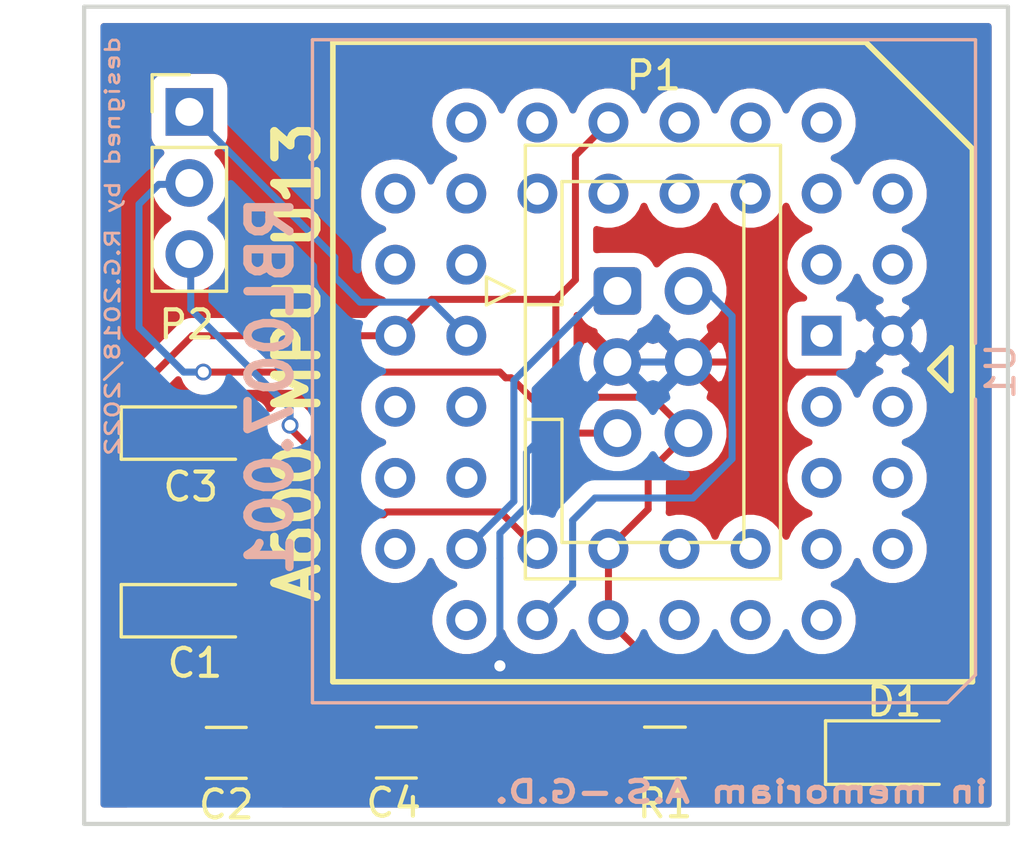
<source format=kicad_pcb>
(kicad_pcb (version 20171130) (host pcbnew 5.1.9+dfsg1-1+deb11u1)

  (general
    (thickness 1.6)
    (drawings 16)
    (tracks 91)
    (zones 0)
    (modules 9)
    (nets 9)
  )

  (page A4)
  (title_block
    (title "A600 MPU Adapter")
    (date 2022-11-29)
    (rev 2.0)
    (company "RetroBitLab Tech Guy RG")
  )

  (layers
    (0 F.Cu signal)
    (31 B.Cu signal)
    (32 B.Adhes user)
    (33 F.Adhes user)
    (34 B.Paste user)
    (35 F.Paste user)
    (36 B.SilkS user)
    (37 F.SilkS user)
    (38 B.Mask user)
    (39 F.Mask user)
    (40 Dwgs.User user)
    (41 Cmts.User user)
    (42 Eco1.User user)
    (43 Eco2.User user)
    (44 Edge.Cuts user)
    (45 Margin user)
    (46 B.CrtYd user)
    (47 F.CrtYd user)
    (48 B.Fab user)
    (49 F.Fab user)
  )

  (setup
    (last_trace_width 0.25)
    (trace_clearance 0.2)
    (zone_clearance 0.508)
    (zone_45_only no)
    (trace_min 0.2)
    (via_size 0.6)
    (via_drill 0.4)
    (via_min_size 0.4)
    (via_min_drill 0.3)
    (uvia_size 0.3)
    (uvia_drill 0.1)
    (uvias_allowed no)
    (uvia_min_size 0.2)
    (uvia_min_drill 0.1)
    (edge_width 0.15)
    (segment_width 0.2)
    (pcb_text_width 0.3)
    (pcb_text_size 1.5 1.5)
    (mod_edge_width 0.15)
    (mod_text_size 1 1)
    (mod_text_width 0.15)
    (pad_size 1.524 1.524)
    (pad_drill 0.762)
    (pad_to_mask_clearance 0)
    (aux_axis_origin 0 0)
    (visible_elements 7FFFFFFF)
    (pcbplotparams
      (layerselection 0x030ff_ffffffff)
      (usegerberextensions true)
      (usegerberattributes true)
      (usegerberadvancedattributes true)
      (creategerberjobfile true)
      (excludeedgelayer true)
      (linewidth 0.100000)
      (plotframeref false)
      (viasonmask true)
      (mode 1)
      (useauxorigin false)
      (hpglpennumber 1)
      (hpglpenspeed 20)
      (hpglpendiameter 15.000000)
      (psnegative false)
      (psa4output false)
      (plotreference true)
      (plotvalue true)
      (plotinvisibletext false)
      (padsonsilk false)
      (subtractmaskfromsilk false)
      (outputformat 1)
      (mirror false)
      (drillshape 0)
      (scaleselection 1)
      (outputdirectory "production/"))
  )

  (net 0 "")
  (net 1 VCC)
  (net 2 GND)
  (net 3 ~RST)
  (net 4 KBD_CLOCK)
  (net 5 KBD_DATA)
  (net 6 "Net-(D1-Pad1)")
  (net 7 KBD_RESET)
  (net 8 ~TRESET)

  (net_class Default "This is the default net class."
    (clearance 0.2)
    (trace_width 0.25)
    (via_dia 0.6)
    (via_drill 0.4)
    (uvia_dia 0.3)
    (uvia_drill 0.1)
    (add_net GND)
    (add_net KBD_CLOCK)
    (add_net KBD_DATA)
    (add_net KBD_RESET)
    (add_net "Net-(D1-Pad1)")
    (add_net VCC)
    (add_net ~RST)
    (add_net ~TRESET)
  )

  (net_class GND ""
    (clearance 0.2)
    (trace_width 0.3)
    (via_dia 0.6)
    (via_drill 0.4)
    (uvia_dia 0.3)
    (uvia_drill 0.1)
  )

  (net_class VCC ""
    (clearance 0.2)
    (trace_width 0.3)
    (via_dia 0.6)
    (via_drill 0.4)
    (uvia_dia 0.3)
    (uvia_drill 0.1)
  )

  (module Connector_PinHeader_2.54mm:PinHeader_1x03_P2.54mm_Vertical (layer F.Cu) (tedit 59FED5CC) (tstamp 6386493A)
    (at 146 95.2)
    (descr "Through hole straight pin header, 1x03, 2.54mm pitch, single row")
    (tags "Through hole pin header THT 1x03 2.54mm single row")
    (path /6386C64E)
    (fp_text reference P2 (at -0.1 7.6) (layer F.SilkS)
      (effects (font (size 1 1) (thickness 0.15)))
    )
    (fp_text value Conn_01x03_Male (at 0 7.41) (layer F.Fab)
      (effects (font (size 1 1) (thickness 0.15)))
    )
    (fp_text user %R (at 0 2.54 90) (layer F.Fab)
      (effects (font (size 1 1) (thickness 0.15)))
    )
    (fp_line (start -0.635 -1.27) (end 1.27 -1.27) (layer F.Fab) (width 0.1))
    (fp_line (start 1.27 -1.27) (end 1.27 6.35) (layer F.Fab) (width 0.1))
    (fp_line (start 1.27 6.35) (end -1.27 6.35) (layer F.Fab) (width 0.1))
    (fp_line (start -1.27 6.35) (end -1.27 -0.635) (layer F.Fab) (width 0.1))
    (fp_line (start -1.27 -0.635) (end -0.635 -1.27) (layer F.Fab) (width 0.1))
    (fp_line (start -1.33 6.41) (end 1.33 6.41) (layer F.SilkS) (width 0.12))
    (fp_line (start -1.33 1.27) (end -1.33 6.41) (layer F.SilkS) (width 0.12))
    (fp_line (start 1.33 1.27) (end 1.33 6.41) (layer F.SilkS) (width 0.12))
    (fp_line (start -1.33 1.27) (end 1.33 1.27) (layer F.SilkS) (width 0.12))
    (fp_line (start -1.33 0) (end -1.33 -1.33) (layer F.SilkS) (width 0.12))
    (fp_line (start -1.33 -1.33) (end 0 -1.33) (layer F.SilkS) (width 0.12))
    (fp_line (start -1.8 -1.8) (end -1.8 6.85) (layer F.CrtYd) (width 0.05))
    (fp_line (start -1.8 6.85) (end 1.8 6.85) (layer F.CrtYd) (width 0.05))
    (fp_line (start 1.8 6.85) (end 1.8 -1.8) (layer F.CrtYd) (width 0.05))
    (fp_line (start 1.8 -1.8) (end -1.8 -1.8) (layer F.CrtYd) (width 0.05))
    (pad 3 thru_hole oval (at 0 5.08) (size 1.7 1.7) (drill 1) (layers *.Cu *.Mask)
      (net 8 ~TRESET))
    (pad 2 thru_hole oval (at 0 2.54) (size 1.7 1.7) (drill 1) (layers *.Cu *.Mask)
      (net 7 KBD_RESET))
    (pad 1 thru_hole rect (at 0 0) (size 1.7 1.7) (drill 1) (layers *.Cu *.Mask)
      (net 3 ~RST))
    (model ${KISYS3DMOD}/Connector_PinHeader_2.54mm.3dshapes/PinHeader_1x03_P2.54mm_Vertical.wrl
      (at (xyz 0 0 0))
      (scale (xyz 1 1 1))
      (rotate (xyz 0 0 0))
    )
  )

  (module Connector_IDC:IDC-Header_2x03_P2.54mm_Vertical (layer F.Cu) (tedit 5EAC9A07) (tstamp 63864923)
    (at 161.3 101.6)
    (descr "Through hole IDC box header, 2x03, 2.54mm pitch, DIN 41651 / IEC 60603-13, double rows, https://docs.google.com/spreadsheets/d/16SsEcesNF15N3Lb4niX7dcUr-NY5_MFPQhobNuNppn4/edit#gid=0")
    (tags "Through hole vertical IDC box header THT 2x03 2.54mm double row")
    (path /63869AA4)
    (fp_text reference P1 (at 1.3 -7.7) (layer F.SilkS)
      (effects (font (size 1 1) (thickness 0.15)))
    )
    (fp_text value Conn_02x03_Odd_Even (at 1.27 11.18) (layer F.Fab)
      (effects (font (size 1 1) (thickness 0.15)))
    )
    (fp_text user %R (at 1.27 2.54 90) (layer F.Fab)
      (effects (font (size 1 1) (thickness 0.15)))
    )
    (fp_line (start -3.18 -4.1) (end -2.18 -5.1) (layer F.Fab) (width 0.1))
    (fp_line (start -2.18 -5.1) (end 5.72 -5.1) (layer F.Fab) (width 0.1))
    (fp_line (start 5.72 -5.1) (end 5.72 10.18) (layer F.Fab) (width 0.1))
    (fp_line (start 5.72 10.18) (end -3.18 10.18) (layer F.Fab) (width 0.1))
    (fp_line (start -3.18 10.18) (end -3.18 -4.1) (layer F.Fab) (width 0.1))
    (fp_line (start -3.18 0.49) (end -1.98 0.49) (layer F.Fab) (width 0.1))
    (fp_line (start -1.98 0.49) (end -1.98 -3.91) (layer F.Fab) (width 0.1))
    (fp_line (start -1.98 -3.91) (end 4.52 -3.91) (layer F.Fab) (width 0.1))
    (fp_line (start 4.52 -3.91) (end 4.52 8.99) (layer F.Fab) (width 0.1))
    (fp_line (start 4.52 8.99) (end -1.98 8.99) (layer F.Fab) (width 0.1))
    (fp_line (start -1.98 8.99) (end -1.98 4.59) (layer F.Fab) (width 0.1))
    (fp_line (start -1.98 4.59) (end -1.98 4.59) (layer F.Fab) (width 0.1))
    (fp_line (start -1.98 4.59) (end -3.18 4.59) (layer F.Fab) (width 0.1))
    (fp_line (start -3.29 -5.21) (end 5.83 -5.21) (layer F.SilkS) (width 0.12))
    (fp_line (start 5.83 -5.21) (end 5.83 10.29) (layer F.SilkS) (width 0.12))
    (fp_line (start 5.83 10.29) (end -3.29 10.29) (layer F.SilkS) (width 0.12))
    (fp_line (start -3.29 10.29) (end -3.29 -5.21) (layer F.SilkS) (width 0.12))
    (fp_line (start -3.29 0.49) (end -1.98 0.49) (layer F.SilkS) (width 0.12))
    (fp_line (start -1.98 0.49) (end -1.98 -3.91) (layer F.SilkS) (width 0.12))
    (fp_line (start -1.98 -3.91) (end 4.52 -3.91) (layer F.SilkS) (width 0.12))
    (fp_line (start 4.52 -3.91) (end 4.52 8.99) (layer F.SilkS) (width 0.12))
    (fp_line (start 4.52 8.99) (end -1.98 8.99) (layer F.SilkS) (width 0.12))
    (fp_line (start -1.98 8.99) (end -1.98 4.59) (layer F.SilkS) (width 0.12))
    (fp_line (start -1.98 4.59) (end -1.98 4.59) (layer F.SilkS) (width 0.12))
    (fp_line (start -1.98 4.59) (end -3.29 4.59) (layer F.SilkS) (width 0.12))
    (fp_line (start -3.68 0) (end -4.68 -0.5) (layer F.SilkS) (width 0.12))
    (fp_line (start -4.68 -0.5) (end -4.68 0.5) (layer F.SilkS) (width 0.12))
    (fp_line (start -4.68 0.5) (end -3.68 0) (layer F.SilkS) (width 0.12))
    (fp_line (start -3.68 -5.6) (end -3.68 10.69) (layer F.CrtYd) (width 0.05))
    (fp_line (start -3.68 10.69) (end 6.22 10.69) (layer F.CrtYd) (width 0.05))
    (fp_line (start 6.22 10.69) (end 6.22 -5.6) (layer F.CrtYd) (width 0.05))
    (fp_line (start 6.22 -5.6) (end -3.68 -5.6) (layer F.CrtYd) (width 0.05))
    (pad 6 thru_hole circle (at 2.54 5.08) (size 1.7 1.7) (drill 1) (layers *.Cu *.Mask)
      (net 1 VCC))
    (pad 4 thru_hole circle (at 2.54 2.54) (size 1.7 1.7) (drill 1) (layers *.Cu *.Mask)
      (net 2 GND))
    (pad 2 thru_hole circle (at 2.54 0) (size 1.7 1.7) (drill 1) (layers *.Cu *.Mask)
      (net 5 KBD_DATA))
    (pad 5 thru_hole circle (at 0 5.08) (size 1.7 1.7) (drill 1) (layers *.Cu *.Mask)
      (net 7 KBD_RESET))
    (pad 3 thru_hole circle (at 0 2.54) (size 1.7 1.7) (drill 1) (layers *.Cu *.Mask)
      (net 2 GND))
    (pad 1 thru_hole roundrect (at 0 0) (size 1.7 1.7) (drill 1) (layers *.Cu *.Mask) (roundrect_rratio 0.147059)
      (net 4 KBD_CLOCK))
    (model ${KISYS3DMOD}/Connector_IDC.3dshapes/IDC-Header_2x03_P2.54mm_Vertical.wrl
      (at (xyz 0 0 0))
      (scale (xyz 1 1 1))
      (rotate (xyz 0 0 0))
    )
  )

  (module LED_SMD:LED_1206_3216Metric_Pad1.42x1.75mm_HandSolder (layer F.Cu) (tedit 5F68FEF1) (tstamp 63864AC1)
    (at 171.2 118.1)
    (descr "LED SMD 1206 (3216 Metric), square (rectangular) end terminal, IPC_7351 nominal, (Body size source: http://www.tortai-tech.com/upload/download/2011102023233369053.pdf), generated with kicad-footprint-generator")
    (tags "LED handsolder")
    (path /63861A09)
    (attr smd)
    (fp_text reference D1 (at 0 -1.82) (layer F.SilkS)
      (effects (font (size 1 1) (thickness 0.15)))
    )
    (fp_text value RED (at 0 1.82) (layer F.Fab)
      (effects (font (size 1 1) (thickness 0.15)))
    )
    (fp_text user %R (at 0 0) (layer F.Fab)
      (effects (font (size 0.8 0.8) (thickness 0.12)))
    )
    (fp_line (start 1.6 -0.8) (end -1.2 -0.8) (layer F.Fab) (width 0.1))
    (fp_line (start -1.2 -0.8) (end -1.6 -0.4) (layer F.Fab) (width 0.1))
    (fp_line (start -1.6 -0.4) (end -1.6 0.8) (layer F.Fab) (width 0.1))
    (fp_line (start -1.6 0.8) (end 1.6 0.8) (layer F.Fab) (width 0.1))
    (fp_line (start 1.6 0.8) (end 1.6 -0.8) (layer F.Fab) (width 0.1))
    (fp_line (start 1.6 -1.135) (end -2.46 -1.135) (layer F.SilkS) (width 0.12))
    (fp_line (start -2.46 -1.135) (end -2.46 1.135) (layer F.SilkS) (width 0.12))
    (fp_line (start -2.46 1.135) (end 1.6 1.135) (layer F.SilkS) (width 0.12))
    (fp_line (start -2.45 1.12) (end -2.45 -1.12) (layer F.CrtYd) (width 0.05))
    (fp_line (start -2.45 -1.12) (end 2.45 -1.12) (layer F.CrtYd) (width 0.05))
    (fp_line (start 2.45 -1.12) (end 2.45 1.12) (layer F.CrtYd) (width 0.05))
    (fp_line (start 2.45 1.12) (end -2.45 1.12) (layer F.CrtYd) (width 0.05))
    (pad 2 smd roundrect (at 1.4875 0) (size 1.425 1.75) (layers F.Cu F.Paste F.Mask) (roundrect_rratio 0.175439)
      (net 1 VCC))
    (pad 1 smd roundrect (at -1.4875 0) (size 1.425 1.75) (layers F.Cu F.Paste F.Mask) (roundrect_rratio 0.175439)
      (net 6 "Net-(D1-Pad1)"))
    (model ${KISYS3DMOD}/LED_SMD.3dshapes/LED_1206_3216Metric.wrl
      (at (xyz 0 0 0))
      (scale (xyz 1 1 1))
      (rotate (xyz 0 0 0))
    )
  )

  (module Capacitor_Tantalum_SMD:CP_EIA-3216-12_Kemet-S_Pad1.58x1.35mm_HandSolder (layer F.Cu) (tedit 5EBA9318) (tstamp 63864064)
    (at 146.05 113.03)
    (descr "Tantalum Capacitor SMD Kemet-S (3216-12 Metric), IPC_7351 nominal, (Body size from: http://www.kemet.com/Lists/ProductCatalog/Attachments/253/KEM_TC101_STD.pdf), generated with kicad-footprint-generator")
    (tags "capacitor tantalum")
    (path /5BECB339)
    (attr smd)
    (fp_text reference C1 (at 0.15 1.87) (layer F.SilkS)
      (effects (font (size 1 1) (thickness 0.15)))
    )
    (fp_text value 10uF (at 0 1.75) (layer F.Fab)
      (effects (font (size 1 1) (thickness 0.15)))
    )
    (fp_line (start 2.48 1.05) (end -2.48 1.05) (layer F.CrtYd) (width 0.05))
    (fp_line (start 2.48 -1.05) (end 2.48 1.05) (layer F.CrtYd) (width 0.05))
    (fp_line (start -2.48 -1.05) (end 2.48 -1.05) (layer F.CrtYd) (width 0.05))
    (fp_line (start -2.48 1.05) (end -2.48 -1.05) (layer F.CrtYd) (width 0.05))
    (fp_line (start -2.485 0.935) (end 1.6 0.935) (layer F.SilkS) (width 0.12))
    (fp_line (start -2.485 -0.935) (end -2.485 0.935) (layer F.SilkS) (width 0.12))
    (fp_line (start 1.6 -0.935) (end -2.485 -0.935) (layer F.SilkS) (width 0.12))
    (fp_line (start 1.6 0.8) (end 1.6 -0.8) (layer F.Fab) (width 0.1))
    (fp_line (start -1.6 0.8) (end 1.6 0.8) (layer F.Fab) (width 0.1))
    (fp_line (start -1.6 -0.4) (end -1.6 0.8) (layer F.Fab) (width 0.1))
    (fp_line (start -1.2 -0.8) (end -1.6 -0.4) (layer F.Fab) (width 0.1))
    (fp_line (start 1.6 -0.8) (end -1.2 -0.8) (layer F.Fab) (width 0.1))
    (fp_text user %R (at 0 0) (layer F.Fab)
      (effects (font (size 0.8 0.8) (thickness 0.12)))
    )
    (pad 1 smd roundrect (at -1.4375 0) (size 1.575 1.35) (layers F.Cu F.Paste F.Mask) (roundrect_rratio 0.1851844444444445)
      (net 1 VCC))
    (pad 2 smd roundrect (at 1.4375 0) (size 1.575 1.35) (layers F.Cu F.Paste F.Mask) (roundrect_rratio 0.1851844444444445)
      (net 2 GND))
    (model ${KISYS3DMOD}/Capacitor_Tantalum_SMD.3dshapes/CP_EIA-3216-12_Kemet-S.wrl
      (at (xyz 0 0 0))
      (scale (xyz 1 1 1))
      (rotate (xyz 0 0 0))
    )
  )

  (module Capacitor_SMD:C_1206_3216Metric_Pad1.33x1.80mm_HandSolder (layer F.Cu) (tedit 5F68FEEF) (tstamp 63864076)
    (at 147.32 118.11 180)
    (descr "Capacitor SMD 1206 (3216 Metric), square (rectangular) end terminal, IPC_7351 nominal with elongated pad for handsoldering. (Body size source: IPC-SM-782 page 76, https://www.pcb-3d.com/wordpress/wp-content/uploads/ipc-sm-782a_amendment_1_and_2.pdf), generated with kicad-footprint-generator")
    (tags "capacitor handsolder")
    (path /5BECB297)
    (attr smd)
    (fp_text reference C2 (at 0 -1.85) (layer F.SilkS)
      (effects (font (size 1 1) (thickness 0.15)))
    )
    (fp_text value 100nF (at 0 1.85) (layer F.Fab)
      (effects (font (size 1 1) (thickness 0.15)))
    )
    (fp_line (start 2.48 1.15) (end -2.48 1.15) (layer F.CrtYd) (width 0.05))
    (fp_line (start 2.48 -1.15) (end 2.48 1.15) (layer F.CrtYd) (width 0.05))
    (fp_line (start -2.48 -1.15) (end 2.48 -1.15) (layer F.CrtYd) (width 0.05))
    (fp_line (start -2.48 1.15) (end -2.48 -1.15) (layer F.CrtYd) (width 0.05))
    (fp_line (start -0.711252 0.91) (end 0.711252 0.91) (layer F.SilkS) (width 0.12))
    (fp_line (start -0.711252 -0.91) (end 0.711252 -0.91) (layer F.SilkS) (width 0.12))
    (fp_line (start 1.6 0.8) (end -1.6 0.8) (layer F.Fab) (width 0.1))
    (fp_line (start 1.6 -0.8) (end 1.6 0.8) (layer F.Fab) (width 0.1))
    (fp_line (start -1.6 -0.8) (end 1.6 -0.8) (layer F.Fab) (width 0.1))
    (fp_line (start -1.6 0.8) (end -1.6 -0.8) (layer F.Fab) (width 0.1))
    (fp_text user %R (at 0 0) (layer F.Fab)
      (effects (font (size 0.8 0.8) (thickness 0.12)))
    )
    (pad 1 smd roundrect (at -1.5625 0 180) (size 1.325 1.8) (layers F.Cu F.Paste F.Mask) (roundrect_rratio 0.1886784905660377)
      (net 1 VCC))
    (pad 2 smd roundrect (at 1.5625 0 180) (size 1.325 1.8) (layers F.Cu F.Paste F.Mask) (roundrect_rratio 0.1886784905660377)
      (net 2 GND))
    (model ${KISYS3DMOD}/Capacitor_SMD.3dshapes/C_1206_3216Metric.wrl
      (at (xyz 0 0 0))
      (scale (xyz 1 1 1))
      (rotate (xyz 0 0 0))
    )
  )

  (module Capacitor_Tantalum_SMD:CP_EIA-3216-12_Kemet-S_Pad1.58x1.35mm_HandSolder (layer F.Cu) (tedit 5EBA9318) (tstamp 63864086)
    (at 146.05 106.68)
    (descr "Tantalum Capacitor SMD Kemet-S (3216-12 Metric), IPC_7351 nominal, (Body size from: http://www.kemet.com/Lists/ProductCatalog/Attachments/253/KEM_TC101_STD.pdf), generated with kicad-footprint-generator")
    (tags "capacitor tantalum")
    (path /5BECB38C)
    (attr smd)
    (fp_text reference C3 (at 0 1.92) (layer F.SilkS)
      (effects (font (size 1 1) (thickness 0.15)))
    )
    (fp_text value 10uF (at 0 1.75) (layer F.Fab)
      (effects (font (size 1 1) (thickness 0.15)))
    )
    (fp_line (start 1.6 -0.8) (end -1.2 -0.8) (layer F.Fab) (width 0.1))
    (fp_line (start -1.2 -0.8) (end -1.6 -0.4) (layer F.Fab) (width 0.1))
    (fp_line (start -1.6 -0.4) (end -1.6 0.8) (layer F.Fab) (width 0.1))
    (fp_line (start -1.6 0.8) (end 1.6 0.8) (layer F.Fab) (width 0.1))
    (fp_line (start 1.6 0.8) (end 1.6 -0.8) (layer F.Fab) (width 0.1))
    (fp_line (start 1.6 -0.935) (end -2.485 -0.935) (layer F.SilkS) (width 0.12))
    (fp_line (start -2.485 -0.935) (end -2.485 0.935) (layer F.SilkS) (width 0.12))
    (fp_line (start -2.485 0.935) (end 1.6 0.935) (layer F.SilkS) (width 0.12))
    (fp_line (start -2.48 1.05) (end -2.48 -1.05) (layer F.CrtYd) (width 0.05))
    (fp_line (start -2.48 -1.05) (end 2.48 -1.05) (layer F.CrtYd) (width 0.05))
    (fp_line (start 2.48 -1.05) (end 2.48 1.05) (layer F.CrtYd) (width 0.05))
    (fp_line (start 2.48 1.05) (end -2.48 1.05) (layer F.CrtYd) (width 0.05))
    (fp_text user %R (at 0 0) (layer F.Fab)
      (effects (font (size 0.8 0.8) (thickness 0.12)))
    )
    (pad 2 smd roundrect (at 1.4375 0) (size 1.575 1.35) (layers F.Cu F.Paste F.Mask) (roundrect_rratio 0.1851844444444445)
      (net 2 GND))
    (pad 1 smd roundrect (at -1.4375 0) (size 1.575 1.35) (layers F.Cu F.Paste F.Mask) (roundrect_rratio 0.1851844444444445)
      (net 1 VCC))
    (model ${KISYS3DMOD}/Capacitor_Tantalum_SMD.3dshapes/CP_EIA-3216-12_Kemet-S.wrl
      (at (xyz 0 0 0))
      (scale (xyz 1 1 1))
      (rotate (xyz 0 0 0))
    )
  )

  (module Resistor_SMD:R_1206_3216Metric_Pad1.30x1.75mm_HandSolder (layer F.Cu) (tedit 5F68FEEE) (tstamp 638640EA)
    (at 163 118.1 180)
    (descr "Resistor SMD 1206 (3216 Metric), square (rectangular) end terminal, IPC_7351 nominal with elongated pad for handsoldering. (Body size source: IPC-SM-782 page 72, https://www.pcb-3d.com/wordpress/wp-content/uploads/ipc-sm-782a_amendment_1_and_2.pdf), generated with kicad-footprint-generator")
    (tags "resistor handsolder")
    (path /5BECB680)
    (attr smd)
    (fp_text reference R1 (at 0 -1.82) (layer F.SilkS)
      (effects (font (size 1 1) (thickness 0.15)))
    )
    (fp_text value 330R (at 0 1.82) (layer F.Fab)
      (effects (font (size 1 1) (thickness 0.15)))
    )
    (fp_line (start 2.45 1.12) (end -2.45 1.12) (layer F.CrtYd) (width 0.05))
    (fp_line (start 2.45 -1.12) (end 2.45 1.12) (layer F.CrtYd) (width 0.05))
    (fp_line (start -2.45 -1.12) (end 2.45 -1.12) (layer F.CrtYd) (width 0.05))
    (fp_line (start -2.45 1.12) (end -2.45 -1.12) (layer F.CrtYd) (width 0.05))
    (fp_line (start -0.727064 0.91) (end 0.727064 0.91) (layer F.SilkS) (width 0.12))
    (fp_line (start -0.727064 -0.91) (end 0.727064 -0.91) (layer F.SilkS) (width 0.12))
    (fp_line (start 1.6 0.8) (end -1.6 0.8) (layer F.Fab) (width 0.1))
    (fp_line (start 1.6 -0.8) (end 1.6 0.8) (layer F.Fab) (width 0.1))
    (fp_line (start -1.6 -0.8) (end 1.6 -0.8) (layer F.Fab) (width 0.1))
    (fp_line (start -1.6 0.8) (end -1.6 -0.8) (layer F.Fab) (width 0.1))
    (fp_text user %R (at 0 0) (layer F.Fab)
      (effects (font (size 0.8 0.8) (thickness 0.12)))
    )
    (pad 1 smd roundrect (at -1.55 0 180) (size 1.3 1.75) (layers F.Cu F.Paste F.Mask) (roundrect_rratio 0.1923076923076923)
      (net 6 "Net-(D1-Pad1)"))
    (pad 2 smd roundrect (at 1.55 0 180) (size 1.3 1.75) (layers F.Cu F.Paste F.Mask) (roundrect_rratio 0.1923076923076923)
      (net 2 GND))
    (model ${KISYS3DMOD}/Resistor_SMD.3dshapes/R_1206_3216Metric.wrl
      (at (xyz 0 0 0))
      (scale (xyz 1 1 1))
      (rotate (xyz 0 0 0))
    )
  )

  (module RetroBitLab:PLCC-44_THT-Socket_3D (layer B.Cu) (tedit 636CB821) (tstamp 638640FA)
    (at 168.6 103.2 90)
    (descr "PLCC, 44 pins, through hole")
    (tags "plcc leaded")
    (path /5BECAC84)
    (fp_text reference U1 (at -1.27 6.4 90) (layer B.SilkS)
      (effects (font (size 1 1) (thickness 0.15)) (justify mirror))
    )
    (fp_text value 6571R4_PLCC44_MPUKEY_REV (at -1.27 -19.1 90) (layer B.Fab)
      (effects (font (size 1 1) (thickness 0.15)) (justify mirror))
    )
    (fp_line (start -12.02 5.4) (end -13.02 4.4) (layer B.Fab) (width 0.1))
    (fp_line (start -13.02 4.4) (end -13.02 -18.1) (layer B.Fab) (width 0.1))
    (fp_line (start -13.02 -18.1) (end 10.48 -18.1) (layer B.Fab) (width 0.1))
    (fp_line (start 10.48 -18.1) (end 10.48 5.4) (layer B.Fab) (width 0.1))
    (fp_line (start 10.48 5.4) (end -12.02 5.4) (layer B.Fab) (width 0.1))
    (fp_line (start -13.52 5.9) (end -13.52 -18.6) (layer B.CrtYd) (width 0.05))
    (fp_line (start -13.52 -18.6) (end 10.98 -18.6) (layer B.CrtYd) (width 0.05))
    (fp_line (start 10.98 -18.6) (end 10.98 5.9) (layer B.CrtYd) (width 0.05))
    (fp_line (start 10.98 5.9) (end -13.52 5.9) (layer B.CrtYd) (width 0.05))
    (fp_line (start -10.48 2.86) (end -10.48 -15.56) (layer B.Fab) (width 0.1))
    (fp_line (start -10.48 -15.56) (end 7.94 -15.56) (layer B.Fab) (width 0.1))
    (fp_line (start 7.94 -15.56) (end 7.94 2.86) (layer B.Fab) (width 0.1))
    (fp_line (start 7.94 2.86) (end -10.48 2.86) (layer B.Fab) (width 0.1))
    (fp_line (start -1.77 5.4) (end -1.27 4.4) (layer B.Fab) (width 0.1))
    (fp_line (start -1.27 4.4) (end -0.77 5.4) (layer B.Fab) (width 0.1))
    (fp_line (start -2.27 5.5) (end -12.12 5.5) (layer B.SilkS) (width 0.12))
    (fp_line (start -12.12 5.5) (end -13.12 4.5) (layer B.SilkS) (width 0.12))
    (fp_line (start -13.12 4.5) (end -13.12 -18.2) (layer B.SilkS) (width 0.12))
    (fp_line (start -13.12 -18.2) (end 10.58 -18.2) (layer B.SilkS) (width 0.12))
    (fp_line (start 10.58 -18.2) (end 10.58 5.5) (layer B.SilkS) (width 0.12))
    (fp_line (start 10.58 5.5) (end -0.27 5.5) (layer B.SilkS) (width 0.12))
    (fp_text user %R (at -1.27 -6.35 90) (layer B.Fab)
      (effects (font (size 1 1) (thickness 0.15)) (justify mirror))
    )
    (pad 1 thru_hole rect (at 0 0 90) (size 1.4224 1.4224) (drill 0.8) (layers *.Cu *.Mask))
    (pad 3 thru_hole circle (at -2.54 0 90) (size 1.4224 1.4224) (drill 0.8) (layers *.Cu *.Mask))
    (pad 5 thru_hole circle (at -5.08 0 90) (size 1.4224 1.4224) (drill 0.8) (layers *.Cu *.Mask))
    (pad 43 thru_hole circle (at 2.54 0 90) (size 1.4224 1.4224) (drill 0.8) (layers *.Cu *.Mask))
    (pad 41 thru_hole circle (at 5.08 0 90) (size 1.4224 1.4224) (drill 0.8) (layers *.Cu *.Mask))
    (pad 2 thru_hole circle (at -2.54 2.54 90) (size 1.4224 1.4224) (drill 0.8) (layers *.Cu *.Mask))
    (pad 4 thru_hole circle (at -5.08 2.54 90) (size 1.4224 1.4224) (drill 0.8) (layers *.Cu *.Mask))
    (pad 6 thru_hole circle (at -7.62 2.54 90) (size 1.4224 1.4224) (drill 0.8) (layers *.Cu *.Mask))
    (pad 44 thru_hole circle (at 0 2.54 90) (size 1.4224 1.4224) (drill 0.8) (layers *.Cu *.Mask)
      (net 2 GND))
    (pad 42 thru_hole circle (at 2.54 2.54 90) (size 1.4224 1.4224) (drill 0.8) (layers *.Cu *.Mask))
    (pad 8 thru_hole circle (at -7.62 0 90) (size 1.4224 1.4224) (drill 0.8) (layers *.Cu *.Mask))
    (pad 10 thru_hole circle (at -7.62 -2.54 90) (size 1.4224 1.4224) (drill 0.8) (layers *.Cu *.Mask))
    (pad 12 thru_hole circle (at -7.62 -5.08 90) (size 1.4224 1.4224) (drill 0.8) (layers *.Cu *.Mask))
    (pad 14 thru_hole circle (at -7.62 -7.62 90) (size 1.4224 1.4224) (drill 0.8) (layers *.Cu *.Mask)
      (net 1 VCC))
    (pad 16 thru_hole circle (at -7.62 -10.16 90) (size 1.4224 1.4224) (drill 0.8) (layers *.Cu *.Mask)
      (net 8 ~TRESET))
    (pad 7 thru_hole circle (at -10.16 0 90) (size 1.4224 1.4224) (drill 0.8) (layers *.Cu *.Mask))
    (pad 9 thru_hole circle (at -10.16 -2.54 90) (size 1.4224 1.4224) (drill 0.8) (layers *.Cu *.Mask))
    (pad 11 thru_hole circle (at -10.16 -5.08 90) (size 1.4224 1.4224) (drill 0.8) (layers *.Cu *.Mask))
    (pad 13 thru_hole circle (at -10.16 -7.62 90) (size 1.4224 1.4224) (drill 0.8) (layers *.Cu *.Mask)
      (net 1 VCC))
    (pad 15 thru_hole circle (at -10.16 -10.16 90) (size 1.4224 1.4224) (drill 0.8) (layers *.Cu *.Mask)
      (net 5 KBD_DATA))
    (pad 17 thru_hole circle (at -10.16 -12.7 90) (size 1.4224 1.4224) (drill 0.8) (layers *.Cu *.Mask))
    (pad 19 thru_hole circle (at -7.62 -12.7 90) (size 1.4224 1.4224) (drill 0.8) (layers *.Cu *.Mask)
      (net 4 KBD_CLOCK))
    (pad 21 thru_hole circle (at -5.08 -12.7 90) (size 1.4224 1.4224) (drill 0.8) (layers *.Cu *.Mask))
    (pad 23 thru_hole circle (at -2.54 -12.7 90) (size 1.4224 1.4224) (drill 0.8) (layers *.Cu *.Mask))
    (pad 25 thru_hole circle (at 0 -12.7 90) (size 1.4224 1.4224) (drill 0.8) (layers *.Cu *.Mask)
      (net 3 ~RST))
    (pad 27 thru_hole circle (at 2.54 -12.7 90) (size 1.4224 1.4224) (drill 0.8) (layers *.Cu *.Mask))
    (pad 29 thru_hole circle (at 7.62 -12.7 90) (size 1.4224 1.4224) (drill 0.8) (layers *.Cu *.Mask))
    (pad 18 thru_hole circle (at -7.62 -15.24 90) (size 1.4224 1.4224) (drill 0.8) (layers *.Cu *.Mask))
    (pad 20 thru_hole circle (at -5.08 -15.24 90) (size 1.4224 1.4224) (drill 0.8) (layers *.Cu *.Mask))
    (pad 22 thru_hole circle (at -2.54 -15.24 90) (size 1.4224 1.4224) (drill 0.8) (layers *.Cu *.Mask))
    (pad 24 thru_hole circle (at 0 -15.24 90) (size 1.4224 1.4224) (drill 0.8) (layers *.Cu *.Mask)
      (net 1 VCC))
    (pad 26 thru_hole circle (at 2.54 -15.24 90) (size 1.4224 1.4224) (drill 0.8) (layers *.Cu *.Mask))
    (pad 28 thru_hole circle (at 5.08 -15.24 90) (size 1.4224 1.4224) (drill 0.8) (layers *.Cu *.Mask))
    (pad 30 thru_hole circle (at 5.08 -12.7 90) (size 1.4224 1.4224) (drill 0.8) (layers *.Cu *.Mask))
    (pad 32 thru_hole circle (at 5.08 -10.16 90) (size 1.4224 1.4224) (drill 0.8) (layers *.Cu *.Mask))
    (pad 34 thru_hole circle (at 5.08 -7.62 90) (size 1.4224 1.4224) (drill 0.8) (layers *.Cu *.Mask))
    (pad 36 thru_hole circle (at 5.08 -5.08 90) (size 1.4224 1.4224) (drill 0.8) (layers *.Cu *.Mask))
    (pad 38 thru_hole circle (at 5.08 -2.54 90) (size 1.4224 1.4224) (drill 0.8) (layers *.Cu *.Mask))
    (pad 40 thru_hole circle (at 5.08 2.54 90) (size 1.4224 1.4224) (drill 0.8) (layers *.Cu *.Mask))
    (pad 31 thru_hole circle (at 7.62 -10.16 90) (size 1.4224 1.4224) (drill 0.8) (layers *.Cu *.Mask))
    (pad 33 thru_hole circle (at 7.62 -7.62 90) (size 1.4224 1.4224) (drill 0.8) (layers *.Cu *.Mask)
      (net 1 VCC))
    (pad 35 thru_hole circle (at 7.62 -5.08 90) (size 1.4224 1.4224) (drill 0.8) (layers *.Cu *.Mask))
    (pad 37 thru_hole circle (at 7.62 -2.54 90) (size 1.4224 1.4224) (drill 0.8) (layers *.Cu *.Mask))
    (pad 39 thru_hole circle (at 7.62 0 90) (size 1.4224 1.4224) (drill 0.8) (layers *.Cu *.Mask))
    (model ${KISYS3DMOD}/Package_LCC.3dshapes/PLCC-44_THT-Socket.wrl
      (at (xyz 0 0 0))
      (scale (xyz 1 1 1))
      (rotate (xyz 0 0 0))
    )
    (model ${KILIBPATH}/RetroBitLab.3dshapes/54020-44030LF.stp
      (offset (xyz -12.85 -17.95 7.75))
      (scale (xyz 1 1 1))
      (rotate (xyz 0 0 0))
    )
  )

  (module Capacitor_SMD:C_1206_3216Metric_Pad1.33x1.80mm_HandSolder (layer F.Cu) (tedit 5F68FEEF) (tstamp 638643CB)
    (at 153.4 118.1)
    (descr "Capacitor SMD 1206 (3216 Metric), square (rectangular) end terminal, IPC_7351 nominal with elongated pad for handsoldering. (Body size source: IPC-SM-782 page 76, https://www.pcb-3d.com/wordpress/wp-content/uploads/ipc-sm-782a_amendment_1_and_2.pdf), generated with kicad-footprint-generator")
    (tags "capacitor handsolder")
    (path /63875C29)
    (attr smd)
    (fp_text reference C4 (at -0.1 1.8) (layer F.SilkS)
      (effects (font (size 1 1) (thickness 0.15)))
    )
    (fp_text value 100nF (at 0 1.85) (layer F.Fab)
      (effects (font (size 1 1) (thickness 0.15)))
    )
    (fp_line (start 2.48 1.15) (end -2.48 1.15) (layer F.CrtYd) (width 0.05))
    (fp_line (start 2.48 -1.15) (end 2.48 1.15) (layer F.CrtYd) (width 0.05))
    (fp_line (start -2.48 -1.15) (end 2.48 -1.15) (layer F.CrtYd) (width 0.05))
    (fp_line (start -2.48 1.15) (end -2.48 -1.15) (layer F.CrtYd) (width 0.05))
    (fp_line (start -0.711252 0.91) (end 0.711252 0.91) (layer F.SilkS) (width 0.12))
    (fp_line (start -0.711252 -0.91) (end 0.711252 -0.91) (layer F.SilkS) (width 0.12))
    (fp_line (start 1.6 0.8) (end -1.6 0.8) (layer F.Fab) (width 0.1))
    (fp_line (start 1.6 -0.8) (end 1.6 0.8) (layer F.Fab) (width 0.1))
    (fp_line (start -1.6 -0.8) (end 1.6 -0.8) (layer F.Fab) (width 0.1))
    (fp_line (start -1.6 0.8) (end -1.6 -0.8) (layer F.Fab) (width 0.1))
    (fp_text user %R (at 0 0) (layer F.Fab)
      (effects (font (size 0.8 0.8) (thickness 0.12)))
    )
    (pad 1 smd roundrect (at -1.5625 0) (size 1.325 1.8) (layers F.Cu F.Paste F.Mask) (roundrect_rratio 0.1886784905660377)
      (net 1 VCC))
    (pad 2 smd roundrect (at 1.5625 0) (size 1.325 1.8) (layers F.Cu F.Paste F.Mask) (roundrect_rratio 0.1886784905660377)
      (net 2 GND))
    (model ${KISYS3DMOD}/Capacitor_SMD.3dshapes/C_1206_3216Metric.wrl
      (at (xyz 0 0 0))
      (scale (xyz 1 1 1))
      (rotate (xyz 0 0 0))
    )
  )

  (gr_text RBL007.001 (at 148.9 105 90) (layer B.SilkS)
    (effects (font (size 1.5 1.5) (thickness 0.3)) (justify mirror))
  )
  (gr_text "in memoriam A.S.-G.D." (at 165.735 119.507) (layer B.SilkS)
    (effects (font (size 0.75 1) (thickness 0.1875)) (justify mirror))
  )
  (gr_text "designed by R.G.2018/2022" (at 143.256 100 90) (layer B.SilkS)
    (effects (font (size 0.5 0.7) (thickness 0.1)) (justify mirror))
  )
  (gr_line (start 142.24 120.65) (end 142.24 91.44) (angle 90) (layer Edge.Cuts) (width 0.15))
  (gr_line (start 175.26 120.65) (end 142.24 120.65) (angle 90) (layer Edge.Cuts) (width 0.15))
  (gr_line (start 175.26 91.44) (end 175.26 120.65) (angle 90) (layer Edge.Cuts) (width 0.15))
  (gr_line (start 142.24 91.44) (end 175.26 91.44) (angle 90) (layer Edge.Cuts) (width 0.15))
  (gr_text "A600 MPU U13" (at 149.86 104.14 90) (layer F.SilkS)
    (effects (font (size 1.5 1.5) (thickness 0.3)))
  )
  (gr_line (start 173.228 105.156) (end 173.228 103.632) (angle 90) (layer F.SilkS) (width 0.2))
  (gr_line (start 172.466 104.394) (end 173.228 105.156) (angle 90) (layer F.SilkS) (width 0.2))
  (gr_line (start 173.228 103.632) (end 172.466 104.394) (angle 90) (layer F.SilkS) (width 0.2))
  (gr_line (start 151.13 115.57) (end 151.13 92.71) (angle 90) (layer F.SilkS) (width 0.2))
  (gr_line (start 173.99 115.57) (end 151.13 115.57) (angle 90) (layer F.SilkS) (width 0.2))
  (gr_line (start 173.99 96.52) (end 173.99 115.57) (angle 90) (layer F.SilkS) (width 0.2))
  (gr_line (start 170.18 92.71) (end 173.99 96.52) (angle 90) (layer F.SilkS) (width 0.2))
  (gr_line (start 151.13 92.71) (end 170.18 92.71) (angle 90) (layer F.SilkS) (width 0.2))

  (segment (start 154.66 101.9) (end 153.36 103.2) (width 0.25) (layer F.Cu) (net 1))
  (segment (start 159.1 101.9) (end 154.66 101.9) (width 0.25) (layer F.Cu) (net 1))
  (segment (start 159.8 101.2) (end 159.1 101.9) (width 0.25) (layer F.Cu) (net 1))
  (segment (start 159.8 96.76) (end 159.8 101.2) (width 0.25) (layer F.Cu) (net 1))
  (segment (start 160.98 95.58) (end 159.8 96.76) (width 0.25) (layer F.Cu) (net 1))
  (segment (start 160.2 105.4) (end 159.1 104.3) (width 0.25) (layer F.Cu) (net 1))
  (segment (start 162.55 105.4) (end 160.2 105.4) (width 0.25) (layer F.Cu) (net 1))
  (segment (start 159.1 104.3) (end 159.1 101.9) (width 0.25) (layer F.Cu) (net 1))
  (segment (start 163.83 106.68) (end 162.55 105.4) (width 0.25) (layer F.Cu) (net 1))
  (segment (start 163.83 106.68) (end 162.4 108.11) (width 0.25) (layer F.Cu) (net 1))
  (segment (start 162.4 109.4) (end 160.98 110.82) (width 0.25) (layer F.Cu) (net 1))
  (segment (start 162.4 108.11) (end 162.4 109.4) (width 0.25) (layer F.Cu) (net 1))
  (segment (start 160.98 110.82) (end 160.98 113.36) (width 0.25) (layer F.Cu) (net 1))
  (segment (start 171.6 115.2) (end 172.9875 116.5875) (width 0.25) (layer F.Cu) (net 1))
  (segment (start 162.82 115.2) (end 171.6 115.2) (width 0.25) (layer F.Cu) (net 1))
  (segment (start 160.98 113.36) (end 162.82 115.2) (width 0.25) (layer F.Cu) (net 1))
  (segment (start 148.8925 118.1) (end 148.8825 118.11) (width 0.25) (layer F.Cu) (net 1))
  (segment (start 151.8375 118.1) (end 148.8925 118.1) (width 0.25) (layer F.Cu) (net 1))
  (segment (start 148.8825 118.11) (end 148.8825 119.3175) (width 0.25) (layer F.Cu) (net 1))
  (segment (start 148.8825 119.3175) (end 148.3 119.9) (width 0.25) (layer F.Cu) (net 1))
  (segment (start 148.3 119.9) (end 144.8 119.9) (width 0.25) (layer F.Cu) (net 1))
  (segment (start 144.8 119.9) (end 144 119.1) (width 0.25) (layer F.Cu) (net 1))
  (segment (start 144 113.6425) (end 144.6125 113.03) (width 0.25) (layer F.Cu) (net 1))
  (segment (start 144 119.1) (end 144 113.6425) (width 0.25) (layer F.Cu) (net 1))
  (segment (start 144.6125 106.68) (end 144.6125 113.03) (width 0.25) (layer F.Cu) (net 1))
  (segment (start 153.36 103.2) (end 146.1 103.2) (width 0.25) (layer F.Cu) (net 1))
  (segment (start 144.6125 104.6875) (end 144.6125 106.68) (width 0.25) (layer F.Cu) (net 1))
  (segment (start 146.1 103.2) (end 144.6125 104.6875) (width 0.25) (layer F.Cu) (net 1))
  (segment (start 172.9875 117.8) (end 172.6875 118.1) (width 0.25) (layer F.Cu) (net 1))
  (segment (start 172.9875 116.5875) (end 172.9875 117.8) (width 0.25) (layer F.Cu) (net 1))
  (segment (start 163.83 104.14) (end 166.94 104.14) (width 0.25) (layer F.Cu) (net 2))
  (segment (start 166.94 104.14) (end 167.3 104.5) (width 0.25) (layer F.Cu) (net 2))
  (segment (start 169.84 104.5) (end 171.14 103.2) (width 0.25) (layer F.Cu) (net 2))
  (segment (start 167.3 104.5) (end 169.84 104.5) (width 0.25) (layer F.Cu) (net 2))
  (segment (start 154.9625 118.1) (end 161.45 118.1) (width 0.25) (layer F.Cu) (net 2))
  (segment (start 145.7575 118.11) (end 145.7575 116.5425) (width 0.25) (layer F.Cu) (net 2))
  (segment (start 147.4875 114.8125) (end 147.4875 113.03) (width 0.25) (layer F.Cu) (net 2))
  (segment (start 145.7575 116.5425) (end 147.4875 114.8125) (width 0.25) (layer F.Cu) (net 2))
  (segment (start 147.4875 113.03) (end 147.4875 106.68) (width 0.25) (layer F.Cu) (net 2))
  (segment (start 147.4875 114.8125) (end 153.6125 114.8125) (width 0.25) (layer F.Cu) (net 2))
  (segment (start 153.6125 114.8125) (end 154.9625 116.1625) (width 0.25) (layer F.Cu) (net 2))
  (segment (start 161.29 104.14) (end 163.83 104.14) (width 0.25) (layer B.Cu) (net 2))
  (segment (start 158.050009 109.306401) (end 157.1 110.25641) (width 0.25) (layer B.Cu) (net 2))
  (segment (start 158.050009 107.379991) (end 158.050009 109.306401) (width 0.25) (layer B.Cu) (net 2))
  (segment (start 161.29 104.14) (end 158.050009 107.379991) (width 0.25) (layer B.Cu) (net 2))
  (segment (start 157.1 110.25641) (end 157.1 111.153578) (width 0.25) (layer B.Cu) (net 2))
  (via (at 157.1 115) (size 0.6) (drill 0.4) (layers F.Cu B.Cu) (net 2))
  (segment (start 157.1 111.153578) (end 157.1 115) (width 0.25) (layer B.Cu) (net 2))
  (segment (start 156.3 115) (end 154.9625 116.3375) (width 0.25) (layer F.Cu) (net 2))
  (segment (start 157.1 115) (end 156.3 115) (width 0.25) (layer F.Cu) (net 2))
  (segment (start 154.9625 116.3375) (end 154.9625 118.1) (width 0.25) (layer F.Cu) (net 2))
  (segment (start 154.9625 116.1625) (end 154.9625 116.3375) (width 0.25) (layer F.Cu) (net 2))
  (segment (start 146.05 95.25) (end 151.2 100.4) (width 0.25) (layer B.Cu) (net 3))
  (segment (start 151.2 100.4) (end 151.2 101.1) (width 0.25) (layer B.Cu) (net 3))
  (segment (start 151.2 101.1) (end 152.1 102) (width 0.25) (layer B.Cu) (net 3))
  (segment (start 154.7 102) (end 155.9 103.2) (width 0.25) (layer B.Cu) (net 3))
  (segment (start 152.1 102) (end 154.7 102) (width 0.25) (layer B.Cu) (net 3))
  (segment (start 161.29 101.6) (end 160.8 101.6) (width 0.25) (layer B.Cu) (net 4))
  (segment (start 160.8 101.6) (end 157.6 104.8) (width 0.25) (layer B.Cu) (net 4))
  (segment (start 157.6 109.12) (end 155.9 110.82) (width 0.25) (layer B.Cu) (net 4))
  (segment (start 157.6 104.8) (end 157.6 109.12) (width 0.25) (layer B.Cu) (net 4))
  (segment (start 163.83 101.6) (end 164.5 101.6) (width 0.25) (layer B.Cu) (net 5))
  (segment (start 164.5 101.6) (end 165.4 102.5) (width 0.25) (layer B.Cu) (net 5))
  (segment (start 165.4 102.5) (end 165.4 107.6) (width 0.25) (layer B.Cu) (net 5))
  (segment (start 165.4 107.6) (end 164 109) (width 0.25) (layer B.Cu) (net 5))
  (segment (start 164 109) (end 160.5 109) (width 0.25) (layer B.Cu) (net 5))
  (segment (start 160.5 109) (end 159.7 109.8) (width 0.25) (layer B.Cu) (net 5))
  (segment (start 159.7 112.1) (end 158.44 113.36) (width 0.25) (layer B.Cu) (net 5))
  (segment (start 159.7 109.8) (end 159.7 112.1) (width 0.25) (layer B.Cu) (net 5))
  (segment (start 169.7125 118.1) (end 164.55 118.1) (width 0.25) (layer F.Cu) (net 6))
  (segment (start 161.29 106.68) (end 159.48 106.68) (width 0.25) (layer F.Cu) (net 7))
  (segment (start 157.503799 104.703799) (end 157.303799 104.703799) (width 0.25) (layer F.Cu) (net 7))
  (segment (start 159.48 106.68) (end 157.503799 104.703799) (width 0.25) (layer F.Cu) (net 7))
  (segment (start 157.303799 104.703799) (end 157.1 104.5) (width 0.25) (layer F.Cu) (net 7))
  (via (at 146.5 104.5) (size 0.6) (drill 0.4) (layers F.Cu B.Cu) (net 7))
  (segment (start 157.1 104.5) (end 146.5 104.5) (width 0.25) (layer F.Cu) (net 7))
  (segment (start 146.5 104.5) (end 145.8 104.5) (width 0.25) (layer B.Cu) (net 7))
  (segment (start 145.8 104.5) (end 144.2 102.9) (width 0.25) (layer B.Cu) (net 7))
  (segment (start 144.2 102.9) (end 144.2 98.5) (width 0.25) (layer B.Cu) (net 7))
  (segment (start 144.91 97.79) (end 146.05 97.79) (width 0.25) (layer B.Cu) (net 7))
  (segment (start 144.2 98.5) (end 144.91 97.79) (width 0.25) (layer B.Cu) (net 7))
  (segment (start 158.44 110.82) (end 157.12 109.5) (width 0.25) (layer F.Cu) (net 8))
  (segment (start 153.046422 109.5) (end 152.946422 109.6) (width 0.25) (layer F.Cu) (net 8))
  (segment (start 157.12 109.5) (end 153.046422 109.5) (width 0.25) (layer F.Cu) (net 8))
  (segment (start 152.946422 109.6) (end 152.7 109.6) (width 0.25) (layer F.Cu) (net 8))
  (via (at 149.6 106.4) (size 0.6) (drill 0.4) (layers F.Cu B.Cu) (net 8))
  (segment (start 149.6 106.5) (end 149.6 106.4) (width 0.25) (layer F.Cu) (net 8))
  (segment (start 152.7 109.6) (end 149.6 106.5) (width 0.25) (layer F.Cu) (net 8))
  (segment (start 149.6 106.4) (end 149.6 105.8) (width 0.25) (layer B.Cu) (net 8))
  (segment (start 146.05 102.25) (end 146.05 100.33) (width 0.25) (layer B.Cu) (net 8))
  (segment (start 149.6 105.8) (end 146.05 102.25) (width 0.25) (layer B.Cu) (net 8))

  (zone (net 2) (net_name GND) (layer F.Cu) (tstamp 6385E5BC) (hatch edge 0.508)
    (connect_pads (clearance 0.508))
    (min_thickness 0.254)
    (fill yes (arc_segments 32) (thermal_gap 0.508) (thermal_bridge_width 0.508))
    (polygon
      (pts
        (xy 175.7 121.3) (xy 141.8 121.3) (xy 141.8 91.2) (xy 175.7 91.2)
      )
    )
    (filled_polygon
      (pts
        (xy 174.550001 119.94) (xy 149.334803 119.94) (xy 149.393507 119.881295) (xy 149.422501 119.857501) (xy 149.446295 119.828508)
        (xy 149.446299 119.828504) (xy 149.509892 119.751015) (xy 149.517474 119.741776) (xy 149.588046 119.609747) (xy 149.593083 119.593142)
        (xy 149.634852 119.580472) (xy 149.788387 119.498405) (xy 149.922962 119.387962) (xy 150.033405 119.253387) (xy 150.115472 119.099852)
        (xy 150.166008 118.933256) (xy 150.173223 118.86) (xy 150.547762 118.86) (xy 150.553992 118.923256) (xy 150.604528 119.089852)
        (xy 150.686595 119.243387) (xy 150.797038 119.377962) (xy 150.931613 119.488405) (xy 151.085148 119.570472) (xy 151.251744 119.621008)
        (xy 151.424998 119.638072) (xy 152.250002 119.638072) (xy 152.423256 119.621008) (xy 152.589852 119.570472) (xy 152.743387 119.488405)
        (xy 152.877962 119.377962) (xy 152.988405 119.243387) (xy 153.070472 119.089852) (xy 153.097728 119) (xy 153.661928 119)
        (xy 153.674188 119.124482) (xy 153.710498 119.24418) (xy 153.769463 119.354494) (xy 153.848815 119.451185) (xy 153.945506 119.530537)
        (xy 154.05582 119.589502) (xy 154.175518 119.625812) (xy 154.3 119.638072) (xy 154.67675 119.635) (xy 154.8355 119.47625)
        (xy 154.8355 118.227) (xy 155.0895 118.227) (xy 155.0895 119.47625) (xy 155.24825 119.635) (xy 155.625 119.638072)
        (xy 155.749482 119.625812) (xy 155.86918 119.589502) (xy 155.979494 119.530537) (xy 156.076185 119.451185) (xy 156.155537 119.354494)
        (xy 156.214502 119.24418) (xy 156.250812 119.124482) (xy 156.263072 119) (xy 156.262947 118.975) (xy 160.161928 118.975)
        (xy 160.174188 119.099482) (xy 160.210498 119.21918) (xy 160.269463 119.329494) (xy 160.348815 119.426185) (xy 160.445506 119.505537)
        (xy 160.55582 119.564502) (xy 160.675518 119.600812) (xy 160.8 119.613072) (xy 161.16425 119.61) (xy 161.323 119.45125)
        (xy 161.323 118.227) (xy 161.577 118.227) (xy 161.577 119.45125) (xy 161.73575 119.61) (xy 162.1 119.613072)
        (xy 162.224482 119.600812) (xy 162.34418 119.564502) (xy 162.454494 119.505537) (xy 162.551185 119.426185) (xy 162.630537 119.329494)
        (xy 162.689502 119.21918) (xy 162.725812 119.099482) (xy 162.738072 118.975) (xy 162.735 118.38575) (xy 162.57625 118.227)
        (xy 161.577 118.227) (xy 161.323 118.227) (xy 160.32375 118.227) (xy 160.165 118.38575) (xy 160.161928 118.975)
        (xy 156.262947 118.975) (xy 156.26 118.38575) (xy 156.10125 118.227) (xy 155.0895 118.227) (xy 154.8355 118.227)
        (xy 153.82375 118.227) (xy 153.665 118.38575) (xy 153.661928 119) (xy 153.097728 119) (xy 153.121008 118.923256)
        (xy 153.138072 118.750002) (xy 153.138072 117.449998) (xy 153.121008 117.276744) (xy 153.097729 117.2) (xy 153.661928 117.2)
        (xy 153.665 117.81425) (xy 153.82375 117.973) (xy 154.8355 117.973) (xy 154.8355 116.72375) (xy 155.0895 116.72375)
        (xy 155.0895 117.973) (xy 156.10125 117.973) (xy 156.26 117.81425) (xy 156.262946 117.225) (xy 160.161928 117.225)
        (xy 160.165 117.81425) (xy 160.32375 117.973) (xy 161.323 117.973) (xy 161.323 116.74875) (xy 161.577 116.74875)
        (xy 161.577 117.973) (xy 162.57625 117.973) (xy 162.735 117.81425) (xy 162.736768 117.474999) (xy 163.261928 117.474999)
        (xy 163.261928 118.725001) (xy 163.278992 118.898255) (xy 163.329528 119.064851) (xy 163.411595 119.218387) (xy 163.522038 119.352962)
        (xy 163.656613 119.463405) (xy 163.810149 119.545472) (xy 163.976745 119.596008) (xy 164.149999 119.613072) (xy 164.950001 119.613072)
        (xy 165.123255 119.596008) (xy 165.289851 119.545472) (xy 165.443387 119.463405) (xy 165.577962 119.352962) (xy 165.688405 119.218387)
        (xy 165.770472 119.064851) (xy 165.821008 118.898255) (xy 165.824776 118.86) (xy 168.375224 118.86) (xy 168.378992 118.898254)
        (xy 168.429528 119.06485) (xy 168.511595 119.218386) (xy 168.622038 119.352962) (xy 168.756614 119.463405) (xy 168.91015 119.545472)
        (xy 169.076746 119.596008) (xy 169.25 119.613072) (xy 170.175 119.613072) (xy 170.348254 119.596008) (xy 170.51485 119.545472)
        (xy 170.668386 119.463405) (xy 170.802962 119.352962) (xy 170.913405 119.218386) (xy 170.995472 119.06485) (xy 171.046008 118.898254)
        (xy 171.063072 118.725) (xy 171.063072 117.475) (xy 171.046008 117.301746) (xy 170.995472 117.13515) (xy 170.913405 116.981614)
        (xy 170.802962 116.847038) (xy 170.668386 116.736595) (xy 170.51485 116.654528) (xy 170.348254 116.603992) (xy 170.175 116.586928)
        (xy 169.25 116.586928) (xy 169.076746 116.603992) (xy 168.91015 116.654528) (xy 168.756614 116.736595) (xy 168.622038 116.847038)
        (xy 168.511595 116.981614) (xy 168.429528 117.13515) (xy 168.378992 117.301746) (xy 168.375224 117.34) (xy 165.824776 117.34)
        (xy 165.821008 117.301745) (xy 165.770472 117.135149) (xy 165.688405 116.981613) (xy 165.577962 116.847038) (xy 165.443387 116.736595)
        (xy 165.289851 116.654528) (xy 165.123255 116.603992) (xy 164.950001 116.586928) (xy 164.149999 116.586928) (xy 163.976745 116.603992)
        (xy 163.810149 116.654528) (xy 163.656613 116.736595) (xy 163.522038 116.847038) (xy 163.411595 116.981613) (xy 163.329528 117.135149)
        (xy 163.278992 117.301745) (xy 163.261928 117.474999) (xy 162.736768 117.474999) (xy 162.738072 117.225) (xy 162.725812 117.100518)
        (xy 162.689502 116.98082) (xy 162.630537 116.870506) (xy 162.551185 116.773815) (xy 162.454494 116.694463) (xy 162.34418 116.635498)
        (xy 162.224482 116.599188) (xy 162.1 116.586928) (xy 161.73575 116.59) (xy 161.577 116.74875) (xy 161.323 116.74875)
        (xy 161.16425 116.59) (xy 160.8 116.586928) (xy 160.675518 116.599188) (xy 160.55582 116.635498) (xy 160.445506 116.694463)
        (xy 160.348815 116.773815) (xy 160.269463 116.870506) (xy 160.210498 116.98082) (xy 160.174188 117.100518) (xy 160.161928 117.225)
        (xy 156.262946 117.225) (xy 156.263072 117.2) (xy 156.250812 117.075518) (xy 156.214502 116.95582) (xy 156.155537 116.845506)
        (xy 156.076185 116.748815) (xy 155.979494 116.669463) (xy 155.86918 116.610498) (xy 155.749482 116.574188) (xy 155.625 116.561928)
        (xy 155.24825 116.565) (xy 155.0895 116.72375) (xy 154.8355 116.72375) (xy 154.67675 116.565) (xy 154.3 116.561928)
        (xy 154.175518 116.574188) (xy 154.05582 116.610498) (xy 153.945506 116.669463) (xy 153.848815 116.748815) (xy 153.769463 116.845506)
        (xy 153.710498 116.95582) (xy 153.674188 117.075518) (xy 153.661928 117.2) (xy 153.097729 117.2) (xy 153.070472 117.110148)
        (xy 152.988405 116.956613) (xy 152.877962 116.822038) (xy 152.743387 116.711595) (xy 152.589852 116.629528) (xy 152.423256 116.578992)
        (xy 152.250002 116.561928) (xy 151.424998 116.561928) (xy 151.251744 116.578992) (xy 151.085148 116.629528) (xy 150.931613 116.711595)
        (xy 150.797038 116.822038) (xy 150.686595 116.956613) (xy 150.604528 117.110148) (xy 150.553992 117.276744) (xy 150.547762 117.34)
        (xy 150.171253 117.34) (xy 150.166008 117.286744) (xy 150.115472 117.120148) (xy 150.033405 116.966613) (xy 149.922962 116.832038)
        (xy 149.788387 116.721595) (xy 149.634852 116.639528) (xy 149.468256 116.588992) (xy 149.295002 116.571928) (xy 148.469998 116.571928)
        (xy 148.296744 116.588992) (xy 148.130148 116.639528) (xy 147.976613 116.721595) (xy 147.842038 116.832038) (xy 147.731595 116.966613)
        (xy 147.649528 117.120148) (xy 147.598992 117.286744) (xy 147.581928 117.459998) (xy 147.581928 118.760002) (xy 147.598992 118.933256)
        (xy 147.649528 119.099852) (xy 147.670988 119.14) (xy 147.044138 119.14) (xy 147.045812 119.134482) (xy 147.058072 119.01)
        (xy 147.055 118.39575) (xy 146.89625 118.237) (xy 145.8845 118.237) (xy 145.8845 118.257) (xy 145.6305 118.257)
        (xy 145.6305 118.237) (xy 145.6105 118.237) (xy 145.6105 117.983) (xy 145.6305 117.983) (xy 145.6305 116.73375)
        (xy 145.8845 116.73375) (xy 145.8845 117.983) (xy 146.89625 117.983) (xy 147.055 117.82425) (xy 147.058072 117.21)
        (xy 147.045812 117.085518) (xy 147.009502 116.96582) (xy 146.950537 116.855506) (xy 146.871185 116.758815) (xy 146.774494 116.679463)
        (xy 146.66418 116.620498) (xy 146.544482 116.584188) (xy 146.42 116.571928) (xy 146.04325 116.575) (xy 145.8845 116.73375)
        (xy 145.6305 116.73375) (xy 145.47175 116.575) (xy 145.095 116.571928) (xy 144.970518 116.584188) (xy 144.85082 116.620498)
        (xy 144.76 116.669043) (xy 144.76 114.343072) (xy 145.150001 114.343072) (xy 145.323255 114.326008) (xy 145.489851 114.275472)
        (xy 145.643387 114.193405) (xy 145.777962 114.082962) (xy 145.888405 113.948387) (xy 145.970472 113.794851) (xy 145.997727 113.705)
        (xy 146.061928 113.705) (xy 146.074188 113.829482) (xy 146.110498 113.94918) (xy 146.169463 114.059494) (xy 146.248815 114.156185)
        (xy 146.345506 114.235537) (xy 146.45582 114.294502) (xy 146.575518 114.330812) (xy 146.7 114.343072) (xy 147.20175 114.34)
        (xy 147.3605 114.18125) (xy 147.3605 113.157) (xy 147.6145 113.157) (xy 147.6145 114.18125) (xy 147.77325 114.34)
        (xy 148.275 114.343072) (xy 148.399482 114.330812) (xy 148.51918 114.294502) (xy 148.629494 114.235537) (xy 148.726185 114.156185)
        (xy 148.805537 114.059494) (xy 148.864502 113.94918) (xy 148.900812 113.829482) (xy 148.913072 113.705) (xy 148.91 113.31575)
        (xy 148.75125 113.157) (xy 147.6145 113.157) (xy 147.3605 113.157) (xy 146.22375 113.157) (xy 146.065 113.31575)
        (xy 146.061928 113.705) (xy 145.997727 113.705) (xy 146.021008 113.628255) (xy 146.038072 113.455001) (xy 146.038072 112.604999)
        (xy 146.021008 112.431745) (xy 145.997728 112.355) (xy 146.061928 112.355) (xy 146.065 112.74425) (xy 146.22375 112.903)
        (xy 147.3605 112.903) (xy 147.3605 111.87875) (xy 147.6145 111.87875) (xy 147.6145 112.903) (xy 148.75125 112.903)
        (xy 148.91 112.74425) (xy 148.913072 112.355) (xy 148.900812 112.230518) (xy 148.864502 112.11082) (xy 148.805537 112.000506)
        (xy 148.726185 111.903815) (xy 148.629494 111.824463) (xy 148.51918 111.765498) (xy 148.399482 111.729188) (xy 148.275 111.716928)
        (xy 147.77325 111.72) (xy 147.6145 111.87875) (xy 147.3605 111.87875) (xy 147.20175 111.72) (xy 146.7 111.716928)
        (xy 146.575518 111.729188) (xy 146.45582 111.765498) (xy 146.345506 111.824463) (xy 146.248815 111.903815) (xy 146.169463 112.000506)
        (xy 146.110498 112.11082) (xy 146.074188 112.230518) (xy 146.061928 112.355) (xy 145.997728 112.355) (xy 145.970472 112.265149)
        (xy 145.888405 112.111613) (xy 145.777962 111.977038) (xy 145.643387 111.866595) (xy 145.489851 111.784528) (xy 145.3725 111.74893)
        (xy 145.3725 107.96107) (xy 145.489851 107.925472) (xy 145.643387 107.843405) (xy 145.777962 107.732962) (xy 145.888405 107.598387)
        (xy 145.970472 107.444851) (xy 145.997727 107.355) (xy 146.061928 107.355) (xy 146.074188 107.479482) (xy 146.110498 107.59918)
        (xy 146.169463 107.709494) (xy 146.248815 107.806185) (xy 146.345506 107.885537) (xy 146.45582 107.944502) (xy 146.575518 107.980812)
        (xy 146.7 107.993072) (xy 147.20175 107.99) (xy 147.3605 107.83125) (xy 147.3605 106.807) (xy 146.22375 106.807)
        (xy 146.065 106.96575) (xy 146.061928 107.355) (xy 145.997727 107.355) (xy 146.021008 107.278255) (xy 146.038072 107.105001)
        (xy 146.038072 106.254999) (xy 146.021008 106.081745) (xy 145.970472 105.915149) (xy 145.888405 105.761613) (xy 145.777962 105.627038)
        (xy 145.643387 105.516595) (xy 145.489851 105.434528) (xy 145.3725 105.39893) (xy 145.3725 105.002301) (xy 145.601266 104.773535)
        (xy 145.671414 104.942889) (xy 145.773738 105.096028) (xy 145.903972 105.226262) (xy 146.057111 105.328586) (xy 146.227271 105.399068)
        (xy 146.407911 105.435) (xy 146.419335 105.435) (xy 146.345506 105.474463) (xy 146.248815 105.553815) (xy 146.169463 105.650506)
        (xy 146.110498 105.76082) (xy 146.074188 105.880518) (xy 146.061928 106.005) (xy 146.065 106.39425) (xy 146.22375 106.553)
        (xy 147.3605 106.553) (xy 147.3605 105.52875) (xy 147.20175 105.37) (xy 146.848133 105.367835) (xy 146.942889 105.328586)
        (xy 147.045535 105.26) (xy 152.101706 105.26) (xy 152.065533 105.347328) (xy 152.0138 105.607411) (xy 152.0138 105.872589)
        (xy 152.065533 106.132672) (xy 152.167013 106.377665) (xy 152.314338 106.598153) (xy 152.501847 106.785662) (xy 152.722335 106.932987)
        (xy 152.90826 107.01) (xy 152.722335 107.087013) (xy 152.501847 107.234338) (xy 152.314338 107.421847) (xy 152.167013 107.642335)
        (xy 152.065533 107.887328) (xy 152.064968 107.890167) (xy 150.535 106.360199) (xy 150.535 106.307911) (xy 150.499068 106.127271)
        (xy 150.428586 105.957111) (xy 150.326262 105.803972) (xy 150.196028 105.673738) (xy 150.042889 105.571414) (xy 149.872729 105.500932)
        (xy 149.692089 105.465) (xy 149.507911 105.465) (xy 149.327271 105.500932) (xy 149.157111 105.571414) (xy 149.003972 105.673738)
        (xy 148.876695 105.801015) (xy 148.864502 105.76082) (xy 148.805537 105.650506) (xy 148.726185 105.553815) (xy 148.629494 105.474463)
        (xy 148.51918 105.415498) (xy 148.399482 105.379188) (xy 148.275 105.366928) (xy 147.77325 105.37) (xy 147.6145 105.52875)
        (xy 147.6145 106.553) (xy 147.6345 106.553) (xy 147.6345 106.807) (xy 147.6145 106.807) (xy 147.6145 107.83125)
        (xy 147.77325 107.99) (xy 148.275 107.993072) (xy 148.399482 107.980812) (xy 148.51918 107.944502) (xy 148.629494 107.885537)
        (xy 148.726185 107.806185) (xy 148.805537 107.709494) (xy 148.864502 107.59918) (xy 148.900812 107.479482) (xy 148.913072 107.355)
        (xy 148.910529 107.032819) (xy 149.003972 107.126262) (xy 149.157111 107.228586) (xy 149.322143 107.296944) (xy 152.136201 110.111003)
        (xy 152.159999 110.140001) (xy 152.182798 110.158711) (xy 152.167013 110.182335) (xy 152.065533 110.427328) (xy 152.0138 110.687411)
        (xy 152.0138 110.952589) (xy 152.065533 111.212672) (xy 152.167013 111.457665) (xy 152.314338 111.678153) (xy 152.501847 111.865662)
        (xy 152.722335 112.012987) (xy 152.967328 112.114467) (xy 153.227411 112.1662) (xy 153.492589 112.1662) (xy 153.752672 112.114467)
        (xy 153.997665 112.012987) (xy 154.218153 111.865662) (xy 154.405662 111.678153) (xy 154.552987 111.457665) (xy 154.63 111.27174)
        (xy 154.707013 111.457665) (xy 154.854338 111.678153) (xy 155.041847 111.865662) (xy 155.262335 112.012987) (xy 155.44826 112.09)
        (xy 155.262335 112.167013) (xy 155.041847 112.314338) (xy 154.854338 112.501847) (xy 154.707013 112.722335) (xy 154.605533 112.967328)
        (xy 154.5538 113.227411) (xy 154.5538 113.492589) (xy 154.605533 113.752672) (xy 154.707013 113.997665) (xy 154.854338 114.218153)
        (xy 155.041847 114.405662) (xy 155.262335 114.552987) (xy 155.507328 114.654467) (xy 155.767411 114.7062) (xy 156.032589 114.7062)
        (xy 156.292672 114.654467) (xy 156.537665 114.552987) (xy 156.758153 114.405662) (xy 156.945662 114.218153) (xy 157.092987 113.997665)
        (xy 157.17 113.81174) (xy 157.247013 113.997665) (xy 157.394338 114.218153) (xy 157.581847 114.405662) (xy 157.802335 114.552987)
        (xy 158.047328 114.654467) (xy 158.307411 114.7062) (xy 158.572589 114.7062) (xy 158.832672 114.654467) (xy 159.077665 114.552987)
        (xy 159.298153 114.405662) (xy 159.485662 114.218153) (xy 159.632987 113.997665) (xy 159.71 113.81174) (xy 159.787013 113.997665)
        (xy 159.934338 114.218153) (xy 160.121847 114.405662) (xy 160.342335 114.552987) (xy 160.587328 114.654467) (xy 160.847411 114.7062)
        (xy 161.112589 114.7062) (xy 161.228369 114.68317) (xy 162.2562 115.711002) (xy 162.279999 115.740001) (xy 162.308997 115.763799)
        (xy 162.395723 115.834974) (xy 162.483616 115.881954) (xy 162.527753 115.905546) (xy 162.671014 115.949003) (xy 162.782667 115.96)
        (xy 162.782677 115.96) (xy 162.82 115.963676) (xy 162.857323 115.96) (xy 171.285199 115.96) (xy 171.957714 116.632516)
        (xy 171.88515 116.654528) (xy 171.731614 116.736595) (xy 171.597038 116.847038) (xy 171.486595 116.981614) (xy 171.404528 117.13515)
        (xy 171.353992 117.301746) (xy 171.336928 117.475) (xy 171.336928 118.725) (xy 171.353992 118.898254) (xy 171.404528 119.06485)
        (xy 171.486595 119.218386) (xy 171.597038 119.352962) (xy 171.731614 119.463405) (xy 171.88515 119.545472) (xy 172.051746 119.596008)
        (xy 172.225 119.613072) (xy 173.15 119.613072) (xy 173.323254 119.596008) (xy 173.48985 119.545472) (xy 173.643386 119.463405)
        (xy 173.777962 119.352962) (xy 173.888405 119.218386) (xy 173.970472 119.06485) (xy 174.021008 118.898254) (xy 174.038072 118.725)
        (xy 174.038072 117.475) (xy 174.021008 117.301746) (xy 173.970472 117.13515) (xy 173.888405 116.981614) (xy 173.777962 116.847038)
        (xy 173.7475 116.822039) (xy 173.7475 116.624822) (xy 173.751176 116.587499) (xy 173.7475 116.550176) (xy 173.7475 116.550167)
        (xy 173.736503 116.438514) (xy 173.693046 116.295253) (xy 173.622474 116.163224) (xy 173.527501 116.047499) (xy 173.498504 116.023702)
        (xy 172.163804 114.689003) (xy 172.140001 114.659999) (xy 172.024276 114.565026) (xy 171.892247 114.494454) (xy 171.748986 114.450997)
        (xy 171.637333 114.44) (xy 171.637322 114.44) (xy 171.6 114.436324) (xy 171.562678 114.44) (xy 169.406762 114.44)
        (xy 169.458153 114.405662) (xy 169.645662 114.218153) (xy 169.792987 113.997665) (xy 169.894467 113.752672) (xy 169.9462 113.492589)
        (xy 169.9462 113.227411) (xy 169.894467 112.967328) (xy 169.792987 112.722335) (xy 169.645662 112.501847) (xy 169.458153 112.314338)
        (xy 169.237665 112.167013) (xy 169.05174 112.09) (xy 169.237665 112.012987) (xy 169.458153 111.865662) (xy 169.645662 111.678153)
        (xy 169.792987 111.457665) (xy 169.87 111.27174) (xy 169.947013 111.457665) (xy 170.094338 111.678153) (xy 170.281847 111.865662)
        (xy 170.502335 112.012987) (xy 170.747328 112.114467) (xy 171.007411 112.1662) (xy 171.272589 112.1662) (xy 171.532672 112.114467)
        (xy 171.777665 112.012987) (xy 171.998153 111.865662) (xy 172.185662 111.678153) (xy 172.332987 111.457665) (xy 172.434467 111.212672)
        (xy 172.4862 110.952589) (xy 172.4862 110.687411) (xy 172.434467 110.427328) (xy 172.332987 110.182335) (xy 172.185662 109.961847)
        (xy 171.998153 109.774338) (xy 171.777665 109.627013) (xy 171.59174 109.55) (xy 171.777665 109.472987) (xy 171.998153 109.325662)
        (xy 172.185662 109.138153) (xy 172.332987 108.917665) (xy 172.434467 108.672672) (xy 172.4862 108.412589) (xy 172.4862 108.147411)
        (xy 172.434467 107.887328) (xy 172.332987 107.642335) (xy 172.185662 107.421847) (xy 171.998153 107.234338) (xy 171.777665 107.087013)
        (xy 171.59174 107.01) (xy 171.777665 106.932987) (xy 171.998153 106.785662) (xy 172.185662 106.598153) (xy 172.332987 106.377665)
        (xy 172.434467 106.132672) (xy 172.4862 105.872589) (xy 172.4862 105.607411) (xy 172.434467 105.347328) (xy 172.332987 105.102335)
        (xy 172.185662 104.881847) (xy 171.998153 104.694338) (xy 171.777665 104.547013) (xy 171.5894 104.469031) (xy 171.72528 104.419542)
        (xy 171.828848 104.364183) (xy 171.889668 104.129273) (xy 171.14 103.379605) (xy 170.390332 104.129273) (xy 170.451152 104.364183)
        (xy 170.682934 104.472206) (xy 170.502335 104.547013) (xy 170.281847 104.694338) (xy 170.094338 104.881847) (xy 169.947013 105.102335)
        (xy 169.87 105.28826) (xy 169.792987 105.102335) (xy 169.645662 104.881847) (xy 169.458153 104.694338) (xy 169.241046 104.549272)
        (xy 169.3112 104.549272) (xy 169.435682 104.537012) (xy 169.55538 104.500702) (xy 169.665694 104.441737) (xy 169.762385 104.362385)
        (xy 169.841737 104.265694) (xy 169.900702 104.15538) (xy 169.937012 104.035682) (xy 169.949272 103.9112) (xy 169.949272 103.839186)
        (xy 169.975817 103.888848) (xy 170.210727 103.949668) (xy 170.960395 103.2) (xy 171.319605 103.2) (xy 172.069273 103.949668)
        (xy 172.304183 103.888848) (xy 172.416202 103.648491) (xy 172.479176 103.390898) (xy 172.490687 103.12597) (xy 172.450291 102.863887)
        (xy 172.359542 102.61472) (xy 172.304183 102.511152) (xy 172.069273 102.450332) (xy 171.319605 103.2) (xy 170.960395 103.2)
        (xy 170.210727 102.450332) (xy 169.975817 102.511152) (xy 169.949272 102.568109) (xy 169.949272 102.4888) (xy 169.937012 102.364318)
        (xy 169.900702 102.24462) (xy 169.841737 102.134306) (xy 169.762385 102.037615) (xy 169.665694 101.958263) (xy 169.55538 101.899298)
        (xy 169.435682 101.862988) (xy 169.3112 101.850728) (xy 169.241046 101.850728) (xy 169.458153 101.705662) (xy 169.645662 101.518153)
        (xy 169.792987 101.297665) (xy 169.87 101.11174) (xy 169.947013 101.297665) (xy 170.094338 101.518153) (xy 170.281847 101.705662)
        (xy 170.502335 101.852987) (xy 170.6906 101.930969) (xy 170.55472 101.980458) (xy 170.451152 102.035817) (xy 170.390332 102.270727)
        (xy 171.14 103.020395) (xy 171.889668 102.270727) (xy 171.828848 102.035817) (xy 171.597066 101.927794) (xy 171.777665 101.852987)
        (xy 171.998153 101.705662) (xy 172.185662 101.518153) (xy 172.332987 101.297665) (xy 172.434467 101.052672) (xy 172.4862 100.792589)
        (xy 172.4862 100.527411) (xy 172.434467 100.267328) (xy 172.332987 100.022335) (xy 172.185662 99.801847) (xy 171.998153 99.614338)
        (xy 171.777665 99.467013) (xy 171.59174 99.39) (xy 171.777665 99.312987) (xy 171.998153 99.165662) (xy 172.185662 98.978153)
        (xy 172.332987 98.757665) (xy 172.434467 98.512672) (xy 172.4862 98.252589) (xy 172.4862 97.987411) (xy 172.434467 97.727328)
        (xy 172.332987 97.482335) (xy 172.185662 97.261847) (xy 171.998153 97.074338) (xy 171.777665 96.927013) (xy 171.532672 96.825533)
        (xy 171.272589 96.7738) (xy 171.007411 96.7738) (xy 170.747328 96.825533) (xy 170.502335 96.927013) (xy 170.281847 97.074338)
        (xy 170.094338 97.261847) (xy 169.947013 97.482335) (xy 169.87 97.66826) (xy 169.792987 97.482335) (xy 169.645662 97.261847)
        (xy 169.458153 97.074338) (xy 169.237665 96.927013) (xy 169.05174 96.85) (xy 169.237665 96.772987) (xy 169.458153 96.625662)
        (xy 169.645662 96.438153) (xy 169.792987 96.217665) (xy 169.894467 95.972672) (xy 169.9462 95.712589) (xy 169.9462 95.447411)
        (xy 169.894467 95.187328) (xy 169.792987 94.942335) (xy 169.645662 94.721847) (xy 169.458153 94.534338) (xy 169.237665 94.387013)
        (xy 168.992672 94.285533) (xy 168.732589 94.2338) (xy 168.467411 94.2338) (xy 168.207328 94.285533) (xy 167.962335 94.387013)
        (xy 167.741847 94.534338) (xy 167.554338 94.721847) (xy 167.407013 94.942335) (xy 167.33 95.12826) (xy 167.252987 94.942335)
        (xy 167.105662 94.721847) (xy 166.918153 94.534338) (xy 166.697665 94.387013) (xy 166.452672 94.285533) (xy 166.192589 94.2338)
        (xy 165.927411 94.2338) (xy 165.667328 94.285533) (xy 165.422335 94.387013) (xy 165.201847 94.534338) (xy 165.014338 94.721847)
        (xy 164.867013 94.942335) (xy 164.79 95.12826) (xy 164.712987 94.942335) (xy 164.565662 94.721847) (xy 164.378153 94.534338)
        (xy 164.157665 94.387013) (xy 163.912672 94.285533) (xy 163.652589 94.2338) (xy 163.387411 94.2338) (xy 163.127328 94.285533)
        (xy 162.882335 94.387013) (xy 162.661847 94.534338) (xy 162.474338 94.721847) (xy 162.327013 94.942335) (xy 162.25 95.12826)
        (xy 162.172987 94.942335) (xy 162.025662 94.721847) (xy 161.838153 94.534338) (xy 161.617665 94.387013) (xy 161.372672 94.285533)
        (xy 161.112589 94.2338) (xy 160.847411 94.2338) (xy 160.587328 94.285533) (xy 160.342335 94.387013) (xy 160.121847 94.534338)
        (xy 159.934338 94.721847) (xy 159.787013 94.942335) (xy 159.71 95.12826) (xy 159.632987 94.942335) (xy 159.485662 94.721847)
        (xy 159.298153 94.534338) (xy 159.077665 94.387013) (xy 158.832672 94.285533) (xy 158.572589 94.2338) (xy 158.307411 94.2338)
        (xy 158.047328 94.285533) (xy 157.802335 94.387013) (xy 157.581847 94.534338) (xy 157.394338 94.721847) (xy 157.247013 94.942335)
        (xy 157.17 95.12826) (xy 157.092987 94.942335) (xy 156.945662 94.721847) (xy 156.758153 94.534338) (xy 156.537665 94.387013)
        (xy 156.292672 94.285533) (xy 156.032589 94.2338) (xy 155.767411 94.2338) (xy 155.507328 94.285533) (xy 155.262335 94.387013)
        (xy 155.041847 94.534338) (xy 154.854338 94.721847) (xy 154.707013 94.942335) (xy 154.605533 95.187328) (xy 154.5538 95.447411)
        (xy 154.5538 95.712589) (xy 154.605533 95.972672) (xy 154.707013 96.217665) (xy 154.854338 96.438153) (xy 155.041847 96.625662)
        (xy 155.262335 96.772987) (xy 155.44826 96.85) (xy 155.262335 96.927013) (xy 155.041847 97.074338) (xy 154.854338 97.261847)
        (xy 154.707013 97.482335) (xy 154.63 97.66826) (xy 154.552987 97.482335) (xy 154.405662 97.261847) (xy 154.218153 97.074338)
        (xy 153.997665 96.927013) (xy 153.752672 96.825533) (xy 153.492589 96.7738) (xy 153.227411 96.7738) (xy 152.967328 96.825533)
        (xy 152.722335 96.927013) (xy 152.501847 97.074338) (xy 152.314338 97.261847) (xy 152.167013 97.482335) (xy 152.065533 97.727328)
        (xy 152.0138 97.987411) (xy 152.0138 98.252589) (xy 152.065533 98.512672) (xy 152.167013 98.757665) (xy 152.314338 98.978153)
        (xy 152.501847 99.165662) (xy 152.722335 99.312987) (xy 152.90826 99.39) (xy 152.722335 99.467013) (xy 152.501847 99.614338)
        (xy 152.314338 99.801847) (xy 152.167013 100.022335) (xy 152.065533 100.267328) (xy 152.0138 100.527411) (xy 152.0138 100.792589)
        (xy 152.065533 101.052672) (xy 152.167013 101.297665) (xy 152.314338 101.518153) (xy 152.501847 101.705662) (xy 152.722335 101.852987)
        (xy 152.90826 101.93) (xy 152.722335 102.007013) (xy 152.501847 102.154338) (xy 152.314338 102.341847) (xy 152.248754 102.44)
        (xy 146.137325 102.44) (xy 146.1 102.436324) (xy 146.062675 102.44) (xy 146.062667 102.44) (xy 145.951014 102.450997)
        (xy 145.807753 102.494454) (xy 145.675724 102.565026) (xy 145.559999 102.659999) (xy 145.536201 102.688997) (xy 144.101503 104.123696)
        (xy 144.072499 104.147499) (xy 144.022412 104.208531) (xy 143.977526 104.263224) (xy 143.923562 104.364183) (xy 143.906954 104.395254)
        (xy 143.863497 104.538515) (xy 143.8525 104.650168) (xy 143.8525 104.650178) (xy 143.848824 104.6875) (xy 143.8525 104.724823)
        (xy 143.8525 105.39893) (xy 143.735149 105.434528) (xy 143.581613 105.516595) (xy 143.447038 105.627038) (xy 143.336595 105.761613)
        (xy 143.254528 105.915149) (xy 143.203992 106.081745) (xy 143.186928 106.254999) (xy 143.186928 107.105001) (xy 143.203992 107.278255)
        (xy 143.254528 107.444851) (xy 143.336595 107.598387) (xy 143.447038 107.732962) (xy 143.581613 107.843405) (xy 143.735149 107.925472)
        (xy 143.8525 107.96107) (xy 143.852501 111.74893) (xy 143.735149 111.784528) (xy 143.581613 111.866595) (xy 143.447038 111.977038)
        (xy 143.336595 112.111613) (xy 143.254528 112.265149) (xy 143.203992 112.431745) (xy 143.186928 112.604999) (xy 143.186928 113.455001)
        (xy 143.203992 113.628255) (xy 143.240001 113.746961) (xy 143.24 119.062677) (xy 143.236324 119.1) (xy 143.24 119.137322)
        (xy 143.24 119.137332) (xy 143.250997 119.248985) (xy 143.293468 119.388997) (xy 143.294454 119.392246) (xy 143.365026 119.524276)
        (xy 143.398039 119.564502) (xy 143.459999 119.640001) (xy 143.489002 119.663803) (xy 143.765199 119.94) (xy 142.95 119.94)
        (xy 142.95 94.35) (xy 144.511928 94.35) (xy 144.511928 96.05) (xy 144.524188 96.174482) (xy 144.560498 96.29418)
        (xy 144.619463 96.404494) (xy 144.698815 96.501185) (xy 144.795506 96.580537) (xy 144.90582 96.639502) (xy 144.97838 96.661513)
        (xy 144.846525 96.793368) (xy 144.68401 97.036589) (xy 144.572068 97.306842) (xy 144.515 97.59374) (xy 144.515 97.88626)
        (xy 144.572068 98.173158) (xy 144.68401 98.443411) (xy 144.846525 98.686632) (xy 145.053368 98.893475) (xy 145.22776 99.01)
        (xy 145.053368 99.126525) (xy 144.846525 99.333368) (xy 144.68401 99.576589) (xy 144.572068 99.846842) (xy 144.515 100.13374)
        (xy 144.515 100.42626) (xy 144.572068 100.713158) (xy 144.68401 100.983411) (xy 144.846525 101.226632) (xy 145.053368 101.433475)
        (xy 145.296589 101.59599) (xy 145.566842 101.707932) (xy 145.85374 101.765) (xy 146.14626 101.765) (xy 146.433158 101.707932)
        (xy 146.703411 101.59599) (xy 146.946632 101.433475) (xy 147.153475 101.226632) (xy 147.31599 100.983411) (xy 147.427932 100.713158)
        (xy 147.485 100.42626) (xy 147.485 100.13374) (xy 147.427932 99.846842) (xy 147.31599 99.576589) (xy 147.153475 99.333368)
        (xy 146.946632 99.126525) (xy 146.77224 99.01) (xy 146.946632 98.893475) (xy 147.153475 98.686632) (xy 147.31599 98.443411)
        (xy 147.427932 98.173158) (xy 147.485 97.88626) (xy 147.485 97.59374) (xy 147.427932 97.306842) (xy 147.31599 97.036589)
        (xy 147.153475 96.793368) (xy 147.02162 96.661513) (xy 147.09418 96.639502) (xy 147.204494 96.580537) (xy 147.301185 96.501185)
        (xy 147.380537 96.404494) (xy 147.439502 96.29418) (xy 147.475812 96.174482) (xy 147.488072 96.05) (xy 147.488072 94.35)
        (xy 147.475812 94.225518) (xy 147.439502 94.10582) (xy 147.380537 93.995506) (xy 147.301185 93.898815) (xy 147.204494 93.819463)
        (xy 147.09418 93.760498) (xy 146.974482 93.724188) (xy 146.85 93.711928) (xy 145.15 93.711928) (xy 145.025518 93.724188)
        (xy 144.90582 93.760498) (xy 144.795506 93.819463) (xy 144.698815 93.898815) (xy 144.619463 93.995506) (xy 144.560498 94.10582)
        (xy 144.524188 94.225518) (xy 144.511928 94.35) (xy 142.95 94.35) (xy 142.95 92.15) (xy 174.55 92.15)
      )
    )
    (filled_polygon
      (pts
        (xy 167.407013 98.757665) (xy 167.554338 98.978153) (xy 167.741847 99.165662) (xy 167.962335 99.312987) (xy 168.14826 99.39)
        (xy 167.962335 99.467013) (xy 167.741847 99.614338) (xy 167.554338 99.801847) (xy 167.407013 100.022335) (xy 167.305533 100.267328)
        (xy 167.2538 100.527411) (xy 167.2538 100.792589) (xy 167.305533 101.052672) (xy 167.407013 101.297665) (xy 167.554338 101.518153)
        (xy 167.741847 101.705662) (xy 167.958954 101.850728) (xy 167.8888 101.850728) (xy 167.764318 101.862988) (xy 167.64462 101.899298)
        (xy 167.534306 101.958263) (xy 167.437615 102.037615) (xy 167.358263 102.134306) (xy 167.299298 102.24462) (xy 167.262988 102.364318)
        (xy 167.250728 102.4888) (xy 167.250728 103.9112) (xy 167.262988 104.035682) (xy 167.299298 104.15538) (xy 167.358263 104.265694)
        (xy 167.437615 104.362385) (xy 167.534306 104.441737) (xy 167.64462 104.500702) (xy 167.764318 104.537012) (xy 167.8888 104.549272)
        (xy 167.958954 104.549272) (xy 167.741847 104.694338) (xy 167.554338 104.881847) (xy 167.407013 105.102335) (xy 167.305533 105.347328)
        (xy 167.2538 105.607411) (xy 167.2538 105.872589) (xy 167.305533 106.132672) (xy 167.407013 106.377665) (xy 167.554338 106.598153)
        (xy 167.741847 106.785662) (xy 167.962335 106.932987) (xy 168.14826 107.01) (xy 167.962335 107.087013) (xy 167.741847 107.234338)
        (xy 167.554338 107.421847) (xy 167.407013 107.642335) (xy 167.305533 107.887328) (xy 167.2538 108.147411) (xy 167.2538 108.412589)
        (xy 167.305533 108.672672) (xy 167.407013 108.917665) (xy 167.554338 109.138153) (xy 167.741847 109.325662) (xy 167.962335 109.472987)
        (xy 168.14826 109.55) (xy 167.962335 109.627013) (xy 167.741847 109.774338) (xy 167.554338 109.961847) (xy 167.407013 110.182335)
        (xy 167.33 110.36826) (xy 167.252987 110.182335) (xy 167.105662 109.961847) (xy 166.918153 109.774338) (xy 166.697665 109.627013)
        (xy 166.452672 109.525533) (xy 166.192589 109.4738) (xy 165.927411 109.4738) (xy 165.667328 109.525533) (xy 165.422335 109.627013)
        (xy 165.201847 109.774338) (xy 165.014338 109.961847) (xy 164.867013 110.182335) (xy 164.79 110.36826) (xy 164.712987 110.182335)
        (xy 164.565662 109.961847) (xy 164.378153 109.774338) (xy 164.157665 109.627013) (xy 163.912672 109.525533) (xy 163.652589 109.4738)
        (xy 163.387411 109.4738) (xy 163.151792 109.520667) (xy 163.16 109.437333) (xy 163.16 109.437324) (xy 163.163676 109.400001)
        (xy 163.16 109.362678) (xy 163.16 108.424801) (xy 163.465251 108.11955) (xy 163.69374 108.165) (xy 163.98626 108.165)
        (xy 164.273158 108.107932) (xy 164.543411 107.99599) (xy 164.786632 107.833475) (xy 164.993475 107.626632) (xy 165.15599 107.383411)
        (xy 165.267932 107.113158) (xy 165.325 106.82626) (xy 165.325 106.53374) (xy 165.267932 106.246842) (xy 165.15599 105.976589)
        (xy 164.993475 105.733368) (xy 164.786632 105.526525) (xy 164.613271 105.410689) (xy 164.688792 105.168397) (xy 163.84 104.319605)
        (xy 163.825858 104.333748) (xy 163.646253 104.154143) (xy 163.660395 104.14) (xy 164.019605 104.14) (xy 164.868397 104.988792)
        (xy 165.117472 104.911157) (xy 165.243371 104.647117) (xy 165.315339 104.363589) (xy 165.330611 104.071469) (xy 165.288599 103.781981)
        (xy 165.190919 103.506253) (xy 165.117472 103.368843) (xy 164.868397 103.291208) (xy 164.019605 104.14) (xy 163.660395 104.14)
        (xy 162.811603 103.291208) (xy 162.57 103.366514) (xy 162.328397 103.291208) (xy 161.479605 104.14) (xy 161.493748 104.154143)
        (xy 161.314143 104.333748) (xy 161.3 104.319605) (xy 161.285858 104.333748) (xy 161.106253 104.154143) (xy 161.120395 104.14)
        (xy 160.271603 103.291208) (xy 160.022528 103.368843) (xy 159.896629 103.632883) (xy 159.86 103.777188) (xy 159.86 102.475474)
        (xy 159.879528 102.53985) (xy 159.961595 102.693386) (xy 160.072038 102.827962) (xy 160.206614 102.938405) (xy 160.36015 103.020472)
        (xy 160.469293 103.05358) (xy 160.451208 103.111603) (xy 161.3 103.960395) (xy 162.148792 103.111603) (xy 162.130707 103.05358)
        (xy 162.23985 103.020472) (xy 162.393386 102.938405) (xy 162.527962 102.827962) (xy 162.638405 102.693386) (xy 162.706285 102.566392)
        (xy 162.893368 102.753475) (xy 163.066729 102.869311) (xy 162.991208 103.111603) (xy 163.84 103.960395) (xy 164.688792 103.111603)
        (xy 164.613271 102.869311) (xy 164.786632 102.753475) (xy 164.993475 102.546632) (xy 165.15599 102.303411) (xy 165.267932 102.033158)
        (xy 165.325 101.74626) (xy 165.325 101.45374) (xy 165.267932 101.166842) (xy 165.15599 100.896589) (xy 164.993475 100.653368)
        (xy 164.786632 100.446525) (xy 164.543411 100.28401) (xy 164.273158 100.172068) (xy 163.98626 100.115) (xy 163.69374 100.115)
        (xy 163.406842 100.172068) (xy 163.136589 100.28401) (xy 162.893368 100.446525) (xy 162.706285 100.633608) (xy 162.638405 100.506614)
        (xy 162.527962 100.372038) (xy 162.393386 100.261595) (xy 162.23985 100.179528) (xy 162.073254 100.128992) (xy 161.9 100.111928)
        (xy 160.7 100.111928) (xy 160.56 100.125717) (xy 160.56 99.403147) (xy 160.587328 99.414467) (xy 160.847411 99.4662)
        (xy 161.112589 99.4662) (xy 161.372672 99.414467) (xy 161.617665 99.312987) (xy 161.838153 99.165662) (xy 162.025662 98.978153)
        (xy 162.172987 98.757665) (xy 162.25 98.57174) (xy 162.327013 98.757665) (xy 162.474338 98.978153) (xy 162.661847 99.165662)
        (xy 162.882335 99.312987) (xy 163.127328 99.414467) (xy 163.387411 99.4662) (xy 163.652589 99.4662) (xy 163.912672 99.414467)
        (xy 164.157665 99.312987) (xy 164.378153 99.165662) (xy 164.565662 98.978153) (xy 164.712987 98.757665) (xy 164.79 98.57174)
        (xy 164.867013 98.757665) (xy 165.014338 98.978153) (xy 165.201847 99.165662) (xy 165.422335 99.312987) (xy 165.667328 99.414467)
        (xy 165.927411 99.4662) (xy 166.192589 99.4662) (xy 166.452672 99.414467) (xy 166.697665 99.312987) (xy 166.918153 99.165662)
        (xy 167.105662 98.978153) (xy 167.252987 98.757665) (xy 167.33 98.57174)
      )
    )
  )
  (zone (net 2) (net_name GND) (layer B.Cu) (tstamp 6385E5B9) (hatch edge 0.508)
    (connect_pads (clearance 0.508))
    (min_thickness 0.254)
    (fill yes (arc_segments 32) (thermal_gap 0.508) (thermal_bridge_width 0.508))
    (polygon
      (pts
        (xy 175.7 121.3) (xy 141.8 121.3) (xy 141.8 91.2) (xy 175.7 91.2)
      )
    )
    (filled_polygon
      (pts
        (xy 174.550001 119.94) (xy 142.95 119.94) (xy 142.95 98.5) (xy 143.436324 98.5) (xy 143.440001 98.537332)
        (xy 143.44 102.862677) (xy 143.436324 102.9) (xy 143.44 102.937322) (xy 143.44 102.937332) (xy 143.450997 103.048985)
        (xy 143.462854 103.088072) (xy 143.494454 103.192246) (xy 143.565026 103.324276) (xy 143.601602 103.368843) (xy 143.659999 103.440001)
        (xy 143.689003 103.463804) (xy 145.236201 105.011003) (xy 145.259999 105.040001) (xy 145.375724 105.134974) (xy 145.507753 105.205546)
        (xy 145.651014 105.249003) (xy 145.762667 105.26) (xy 145.762675 105.26) (xy 145.8 105.263676) (xy 145.837325 105.26)
        (xy 145.954465 105.26) (xy 146.057111 105.328586) (xy 146.227271 105.399068) (xy 146.407911 105.435) (xy 146.592089 105.435)
        (xy 146.772729 105.399068) (xy 146.942889 105.328586) (xy 147.096028 105.226262) (xy 147.226262 105.096028) (xy 147.328586 104.942889)
        (xy 147.399068 104.772729) (xy 147.41547 104.690272) (xy 148.745316 106.020118) (xy 148.700932 106.127271) (xy 148.665 106.307911)
        (xy 148.665 106.492089) (xy 148.700932 106.672729) (xy 148.771414 106.842889) (xy 148.873738 106.996028) (xy 149.003972 107.126262)
        (xy 149.157111 107.228586) (xy 149.327271 107.299068) (xy 149.507911 107.335) (xy 149.692089 107.335) (xy 149.872729 107.299068)
        (xy 150.042889 107.228586) (xy 150.196028 107.126262) (xy 150.326262 106.996028) (xy 150.428586 106.842889) (xy 150.499068 106.672729)
        (xy 150.535 106.492089) (xy 150.535 106.307911) (xy 150.499068 106.127271) (xy 150.428586 105.957111) (xy 150.36 105.854465)
        (xy 150.36 105.837322) (xy 150.363676 105.799999) (xy 150.36 105.762676) (xy 150.36 105.762667) (xy 150.349003 105.651014)
        (xy 150.305546 105.507753) (xy 150.266658 105.435) (xy 150.234974 105.375723) (xy 150.163799 105.288997) (xy 150.140001 105.259999)
        (xy 150.111003 105.236201) (xy 146.81 101.935199) (xy 146.81 101.52477) (xy 146.946632 101.433475) (xy 147.153475 101.226632)
        (xy 147.31599 100.983411) (xy 147.427932 100.713158) (xy 147.485 100.42626) (xy 147.485 100.13374) (xy 147.427932 99.846842)
        (xy 147.31599 99.576589) (xy 147.153475 99.333368) (xy 146.946632 99.126525) (xy 146.77224 99.01) (xy 146.946632 98.893475)
        (xy 147.153475 98.686632) (xy 147.31599 98.443411) (xy 147.427932 98.173158) (xy 147.485 97.88626) (xy 147.485 97.759801)
        (xy 150.44 100.714802) (xy 150.44 101.062678) (xy 150.436324 101.1) (xy 150.44 101.137322) (xy 150.44 101.137333)
        (xy 150.450997 101.248986) (xy 150.479317 101.342345) (xy 150.494454 101.392246) (xy 150.565026 101.524276) (xy 150.607248 101.575723)
        (xy 150.66 101.640001) (xy 150.688998 101.663799) (xy 151.5362 102.511002) (xy 151.559999 102.540001) (xy 151.675724 102.634974)
        (xy 151.807753 102.705546) (xy 151.951014 102.749003) (xy 152.062667 102.76) (xy 152.062676 102.76) (xy 152.084257 102.762125)
        (xy 152.065533 102.807328) (xy 152.0138 103.067411) (xy 152.0138 103.332589) (xy 152.065533 103.592672) (xy 152.167013 103.837665)
        (xy 152.314338 104.058153) (xy 152.501847 104.245662) (xy 152.722335 104.392987) (xy 152.90826 104.47) (xy 152.722335 104.547013)
        (xy 152.501847 104.694338) (xy 152.314338 104.881847) (xy 152.167013 105.102335) (xy 152.065533 105.347328) (xy 152.0138 105.607411)
        (xy 152.0138 105.872589) (xy 152.065533 106.132672) (xy 152.167013 106.377665) (xy 152.314338 106.598153) (xy 152.501847 106.785662)
        (xy 152.722335 106.932987) (xy 152.90826 107.01) (xy 152.722335 107.087013) (xy 152.501847 107.234338) (xy 152.314338 107.421847)
        (xy 152.167013 107.642335) (xy 152.065533 107.887328) (xy 152.0138 108.147411) (xy 152.0138 108.412589) (xy 152.065533 108.672672)
        (xy 152.167013 108.917665) (xy 152.314338 109.138153) (xy 152.501847 109.325662) (xy 152.722335 109.472987) (xy 152.90826 109.55)
        (xy 152.722335 109.627013) (xy 152.501847 109.774338) (xy 152.314338 109.961847) (xy 152.167013 110.182335) (xy 152.065533 110.427328)
        (xy 152.0138 110.687411) (xy 152.0138 110.952589) (xy 152.065533 111.212672) (xy 152.167013 111.457665) (xy 152.314338 111.678153)
        (xy 152.501847 111.865662) (xy 152.722335 112.012987) (xy 152.967328 112.114467) (xy 153.227411 112.1662) (xy 153.492589 112.1662)
        (xy 153.752672 112.114467) (xy 153.997665 112.012987) (xy 154.218153 111.865662) (xy 154.405662 111.678153) (xy 154.552987 111.457665)
        (xy 154.63 111.27174) (xy 154.707013 111.457665) (xy 154.854338 111.678153) (xy 155.041847 111.865662) (xy 155.262335 112.012987)
        (xy 155.44826 112.09) (xy 155.262335 112.167013) (xy 155.041847 112.314338) (xy 154.854338 112.501847) (xy 154.707013 112.722335)
        (xy 154.605533 112.967328) (xy 154.5538 113.227411) (xy 154.5538 113.492589) (xy 154.605533 113.752672) (xy 154.707013 113.997665)
        (xy 154.854338 114.218153) (xy 155.041847 114.405662) (xy 155.262335 114.552987) (xy 155.507328 114.654467) (xy 155.767411 114.7062)
        (xy 156.032589 114.7062) (xy 156.292672 114.654467) (xy 156.537665 114.552987) (xy 156.758153 114.405662) (xy 156.945662 114.218153)
        (xy 157.092987 113.997665) (xy 157.17 113.81174) (xy 157.247013 113.997665) (xy 157.394338 114.218153) (xy 157.581847 114.405662)
        (xy 157.802335 114.552987) (xy 158.047328 114.654467) (xy 158.307411 114.7062) (xy 158.572589 114.7062) (xy 158.832672 114.654467)
        (xy 159.077665 114.552987) (xy 159.298153 114.405662) (xy 159.485662 114.218153) (xy 159.632987 113.997665) (xy 159.71 113.81174)
        (xy 159.787013 113.997665) (xy 159.934338 114.218153) (xy 160.121847 114.405662) (xy 160.342335 114.552987) (xy 160.587328 114.654467)
        (xy 160.847411 114.7062) (xy 161.112589 114.7062) (xy 161.372672 114.654467) (xy 161.617665 114.552987) (xy 161.838153 114.405662)
        (xy 162.025662 114.218153) (xy 162.172987 113.997665) (xy 162.25 113.81174) (xy 162.327013 113.997665) (xy 162.474338 114.218153)
        (xy 162.661847 114.405662) (xy 162.882335 114.552987) (xy 163.127328 114.654467) (xy 163.387411 114.7062) (xy 163.652589 114.7062)
        (xy 163.912672 114.654467) (xy 164.157665 114.552987) (xy 164.378153 114.405662) (xy 164.565662 114.218153) (xy 164.712987 113.997665)
        (xy 164.79 113.81174) (xy 164.867013 113.997665) (xy 165.014338 114.218153) (xy 165.201847 114.405662) (xy 165.422335 114.552987)
        (xy 165.667328 114.654467) (xy 165.927411 114.7062) (xy 166.192589 114.7062) (xy 166.452672 114.654467) (xy 166.697665 114.552987)
        (xy 166.918153 114.405662) (xy 167.105662 114.218153) (xy 167.252987 113.997665) (xy 167.33 113.81174) (xy 167.407013 113.997665)
        (xy 167.554338 114.218153) (xy 167.741847 114.405662) (xy 167.962335 114.552987) (xy 168.207328 114.654467) (xy 168.467411 114.7062)
        (xy 168.732589 114.7062) (xy 168.992672 114.654467) (xy 169.237665 114.552987) (xy 169.458153 114.405662) (xy 169.645662 114.218153)
        (xy 169.792987 113.997665) (xy 169.894467 113.752672) (xy 169.9462 113.492589) (xy 169.9462 113.227411) (xy 169.894467 112.967328)
        (xy 169.792987 112.722335) (xy 169.645662 112.501847) (xy 169.458153 112.314338) (xy 169.237665 112.167013) (xy 169.05174 112.09)
        (xy 169.237665 112.012987) (xy 169.458153 111.865662) (xy 169.645662 111.678153) (xy 169.792987 111.457665) (xy 169.87 111.27174)
        (xy 169.947013 111.457665) (xy 170.094338 111.678153) (xy 170.281847 111.865662) (xy 170.502335 112.012987) (xy 170.747328 112.114467)
        (xy 171.007411 112.1662) (xy 171.272589 112.1662) (xy 171.532672 112.114467) (xy 171.777665 112.012987) (xy 171.998153 111.865662)
        (xy 172.185662 111.678153) (xy 172.332987 111.457665) (xy 172.434467 111.212672) (xy 172.4862 110.952589) (xy 172.4862 110.687411)
        (xy 172.434467 110.427328) (xy 172.332987 110.182335) (xy 172.185662 109.961847) (xy 171.998153 109.774338) (xy 171.777665 109.627013)
        (xy 171.59174 109.55) (xy 171.777665 109.472987) (xy 171.998153 109.325662) (xy 172.185662 109.138153) (xy 172.332987 108.917665)
        (xy 172.434467 108.672672) (xy 172.4862 108.412589) (xy 172.4862 108.147411) (xy 172.434467 107.887328) (xy 172.332987 107.642335)
        (xy 172.185662 107.421847) (xy 171.998153 107.234338) (xy 171.777665 107.087013) (xy 171.59174 107.01) (xy 171.777665 106.932987)
        (xy 171.998153 106.785662) (xy 172.185662 106.598153) (xy 172.332987 106.377665) (xy 172.434467 106.132672) (xy 172.4862 105.872589)
        (xy 172.4862 105.607411) (xy 172.434467 105.347328) (xy 172.332987 105.102335) (xy 172.185662 104.881847) (xy 171.998153 104.694338)
        (xy 171.777665 104.547013) (xy 171.5894 104.469031) (xy 171.72528 104.419542) (xy 171.828848 104.364183) (xy 171.889668 104.129273)
        (xy 171.14 103.379605) (xy 170.390332 104.129273) (xy 170.451152 104.364183) (xy 170.682934 104.472206) (xy 170.502335 104.547013)
        (xy 170.281847 104.694338) (xy 170.094338 104.881847) (xy 169.947013 105.102335) (xy 169.87 105.28826) (xy 169.792987 105.102335)
        (xy 169.645662 104.881847) (xy 169.458153 104.694338) (xy 169.241046 104.549272) (xy 169.3112 104.549272) (xy 169.435682 104.537012)
        (xy 169.55538 104.500702) (xy 169.665694 104.441737) (xy 169.762385 104.362385) (xy 169.841737 104.265694) (xy 169.900702 104.15538)
        (xy 169.937012 104.035682) (xy 169.949272 103.9112) (xy 169.949272 103.839186) (xy 169.975817 103.888848) (xy 170.210727 103.949668)
        (xy 170.960395 103.2) (xy 171.319605 103.2) (xy 172.069273 103.949668) (xy 172.304183 103.888848) (xy 172.416202 103.648491)
        (xy 172.479176 103.390898) (xy 172.490687 103.12597) (xy 172.450291 102.863887) (xy 172.359542 102.61472) (xy 172.304183 102.511152)
        (xy 172.069273 102.450332) (xy 171.319605 103.2) (xy 170.960395 103.2) (xy 170.210727 102.450332) (xy 169.975817 102.511152)
        (xy 169.949272 102.568109) (xy 169.949272 102.4888) (xy 169.937012 102.364318) (xy 169.900702 102.24462) (xy 169.841737 102.134306)
        (xy 169.762385 102.037615) (xy 169.665694 101.958263) (xy 169.55538 101.899298) (xy 169.435682 101.862988) (xy 169.3112 101.850728)
        (xy 169.241046 101.850728) (xy 169.458153 101.705662) (xy 169.645662 101.518153) (xy 169.792987 101.297665) (xy 169.87 101.11174)
        (xy 169.947013 101.297665) (xy 170.094338 101.518153) (xy 170.281847 101.705662) (xy 170.502335 101.852987) (xy 170.6906 101.930969)
        (xy 170.55472 101.980458) (xy 170.451152 102.035817) (xy 170.390332 102.270727) (xy 171.14 103.020395) (xy 171.889668 102.270727)
        (xy 171.828848 102.035817) (xy 171.597066 101.927794) (xy 171.777665 101.852987) (xy 171.998153 101.705662) (xy 172.185662 101.518153)
        (xy 172.332987 101.297665) (xy 172.434467 101.052672) (xy 172.4862 100.792589) (xy 172.4862 100.527411) (xy 172.434467 100.267328)
        (xy 172.332987 100.022335) (xy 172.185662 99.801847) (xy 171.998153 99.614338) (xy 171.777665 99.467013) (xy 171.59174 99.39)
        (xy 171.777665 99.312987) (xy 171.998153 99.165662) (xy 172.185662 98.978153) (xy 172.332987 98.757665) (xy 172.434467 98.512672)
        (xy 172.4862 98.252589) (xy 172.4862 97.987411) (xy 172.434467 97.727328) (xy 172.332987 97.482335) (xy 172.185662 97.261847)
        (xy 171.998153 97.074338) (xy 171.777665 96.927013) (xy 171.532672 96.825533) (xy 171.272589 96.7738) (xy 171.007411 96.7738)
        (xy 170.747328 96.825533) (xy 170.502335 96.927013) (xy 170.281847 97.074338) (xy 170.094338 97.261847) (xy 169.947013 97.482335)
        (xy 169.87 97.66826) (xy 169.792987 97.482335) (xy 169.645662 97.261847) (xy 169.458153 97.074338) (xy 169.237665 96.927013)
        (xy 169.05174 96.85) (xy 169.237665 96.772987) (xy 169.458153 96.625662) (xy 169.645662 96.438153) (xy 169.792987 96.217665)
        (xy 169.894467 95.972672) (xy 169.9462 95.712589) (xy 169.9462 95.447411) (xy 169.894467 95.187328) (xy 169.792987 94.942335)
        (xy 169.645662 94.721847) (xy 169.458153 94.534338) (xy 169.237665 94.387013) (xy 168.992672 94.285533) (xy 168.732589 94.2338)
        (xy 168.467411 94.2338) (xy 168.207328 94.285533) (xy 167.962335 94.387013) (xy 167.741847 94.534338) (xy 167.554338 94.721847)
        (xy 167.407013 94.942335) (xy 167.33 95.12826) (xy 167.252987 94.942335) (xy 167.105662 94.721847) (xy 166.918153 94.534338)
        (xy 166.697665 94.387013) (xy 166.452672 94.285533) (xy 166.192589 94.2338) (xy 165.927411 94.2338) (xy 165.667328 94.285533)
        (xy 165.422335 94.387013) (xy 165.201847 94.534338) (xy 165.014338 94.721847) (xy 164.867013 94.942335) (xy 164.79 95.12826)
        (xy 164.712987 94.942335) (xy 164.565662 94.721847) (xy 164.378153 94.534338) (xy 164.157665 94.387013) (xy 163.912672 94.285533)
        (xy 163.652589 94.2338) (xy 163.387411 94.2338) (xy 163.127328 94.285533) (xy 162.882335 94.387013) (xy 162.661847 94.534338)
        (xy 162.474338 94.721847) (xy 162.327013 94.942335) (xy 162.25 95.12826) (xy 162.172987 94.942335) (xy 162.025662 94.721847)
        (xy 161.838153 94.534338) (xy 161.617665 94.387013) (xy 161.372672 94.285533) (xy 161.112589 94.2338) (xy 160.847411 94.2338)
        (xy 160.587328 94.285533) (xy 160.342335 94.387013) (xy 160.121847 94.534338) (xy 159.934338 94.721847) (xy 159.787013 94.942335)
        (xy 159.71 95.12826) (xy 159.632987 94.942335) (xy 159.485662 94.721847) (xy 159.298153 94.534338) (xy 159.077665 94.387013)
        (xy 158.832672 94.285533) (xy 158.572589 94.2338) (xy 158.307411 94.2338) (xy 158.047328 94.285533) (xy 157.802335 94.387013)
        (xy 157.581847 94.534338) (xy 157.394338 94.721847) (xy 157.247013 94.942335) (xy 157.17 95.12826) (xy 157.092987 94.942335)
        (xy 156.945662 94.721847) (xy 156.758153 94.534338) (xy 156.537665 94.387013) (xy 156.292672 94.285533) (xy 156.032589 94.2338)
        (xy 155.767411 94.2338) (xy 155.507328 94.285533) (xy 155.262335 94.387013) (xy 155.041847 94.534338) (xy 154.854338 94.721847)
        (xy 154.707013 94.942335) (xy 154.605533 95.187328) (xy 154.5538 95.447411) (xy 154.5538 95.712589) (xy 154.605533 95.972672)
        (xy 154.707013 96.217665) (xy 154.854338 96.438153) (xy 155.041847 96.625662) (xy 155.262335 96.772987) (xy 155.44826 96.85)
        (xy 155.262335 96.927013) (xy 155.041847 97.074338) (xy 154.854338 97.261847) (xy 154.707013 97.482335) (xy 154.63 97.66826)
        (xy 154.552987 97.482335) (xy 154.405662 97.261847) (xy 154.218153 97.074338) (xy 153.997665 96.927013) (xy 153.752672 96.825533)
        (xy 153.492589 96.7738) (xy 153.227411 96.7738) (xy 152.967328 96.825533) (xy 152.722335 96.927013) (xy 152.501847 97.074338)
        (xy 152.314338 97.261847) (xy 152.167013 97.482335) (xy 152.065533 97.727328) (xy 152.0138 97.987411) (xy 152.0138 98.252589)
        (xy 152.065533 98.512672) (xy 152.167013 98.757665) (xy 152.314338 98.978153) (xy 152.501847 99.165662) (xy 152.722335 99.312987)
        (xy 152.90826 99.39) (xy 152.722335 99.467013) (xy 152.501847 99.614338) (xy 152.314338 99.801847) (xy 152.167013 100.022335)
        (xy 152.065533 100.267328) (xy 152.0138 100.527411) (xy 152.0138 100.792589) (xy 152.025323 100.850522) (xy 151.96 100.785199)
        (xy 151.96 100.437323) (xy 151.963676 100.4) (xy 151.96 100.362677) (xy 151.96 100.362667) (xy 151.949003 100.251014)
        (xy 151.905546 100.107753) (xy 151.834974 99.975724) (xy 151.740001 99.859999) (xy 151.711004 99.836202) (xy 147.488072 95.613271)
        (xy 147.488072 94.35) (xy 147.475812 94.225518) (xy 147.439502 94.10582) (xy 147.380537 93.995506) (xy 147.301185 93.898815)
        (xy 147.204494 93.819463) (xy 147.09418 93.760498) (xy 146.974482 93.724188) (xy 146.85 93.711928) (xy 145.15 93.711928)
        (xy 145.025518 93.724188) (xy 144.90582 93.760498) (xy 144.795506 93.819463) (xy 144.698815 93.898815) (xy 144.619463 93.995506)
        (xy 144.560498 94.10582) (xy 144.524188 94.225518) (xy 144.511928 94.35) (xy 144.511928 96.05) (xy 144.524188 96.174482)
        (xy 144.560498 96.29418) (xy 144.619463 96.404494) (xy 144.698815 96.501185) (xy 144.795506 96.580537) (xy 144.90582 96.639502)
        (xy 144.97838 96.661513) (xy 144.846525 96.793368) (xy 144.68401 97.036589) (xy 144.670856 97.068346) (xy 144.617753 97.084454)
        (xy 144.485724 97.155026) (xy 144.369999 97.249999) (xy 144.346201 97.278998) (xy 143.688998 97.936201) (xy 143.66 97.959999)
        (xy 143.636202 97.988997) (xy 143.636201 97.988998) (xy 143.565026 98.075724) (xy 143.494454 98.207754) (xy 143.492476 98.214276)
        (xy 143.450998 98.351014) (xy 143.441898 98.443411) (xy 143.436324 98.5) (xy 142.95 98.5) (xy 142.95 92.15)
        (xy 174.55 92.15)
      )
    )
    (filled_polygon
      (pts
        (xy 162.893368 102.753475) (xy 163.066729 102.869311) (xy 162.991208 103.111603) (xy 163.84 103.960395) (xy 163.854143 103.946253)
        (xy 164.033748 104.125858) (xy 164.019605 104.14) (xy 164.033748 104.154143) (xy 163.854143 104.333748) (xy 163.84 104.319605)
        (xy 162.991208 105.168397) (xy 163.066729 105.410689) (xy 162.893368 105.526525) (xy 162.686525 105.733368) (xy 162.57 105.90776)
        (xy 162.453475 105.733368) (xy 162.246632 105.526525) (xy 162.073271 105.410689) (xy 162.148792 105.168397) (xy 161.3 104.319605)
        (xy 160.451208 105.168397) (xy 160.526729 105.410689) (xy 160.353368 105.526525) (xy 160.146525 105.733368) (xy 159.98401 105.976589)
        (xy 159.872068 106.246842) (xy 159.815 106.53374) (xy 159.815 106.82626) (xy 159.872068 107.113158) (xy 159.98401 107.383411)
        (xy 160.146525 107.626632) (xy 160.353368 107.833475) (xy 160.596589 107.99599) (xy 160.866842 108.107932) (xy 161.15374 108.165)
        (xy 161.44626 108.165) (xy 161.733158 108.107932) (xy 162.003411 107.99599) (xy 162.246632 107.833475) (xy 162.453475 107.626632)
        (xy 162.57 107.45224) (xy 162.686525 107.626632) (xy 162.893368 107.833475) (xy 163.136589 107.99599) (xy 163.406842 108.107932)
        (xy 163.69374 108.165) (xy 163.760199 108.165) (xy 163.685199 108.24) (xy 160.537323 108.24) (xy 160.5 108.236324)
        (xy 160.462677 108.24) (xy 160.462667 108.24) (xy 160.351014 108.250997) (xy 160.207753 108.294454) (xy 160.075724 108.365026)
        (xy 159.959999 108.459999) (xy 159.936201 108.488998) (xy 159.189002 109.236197) (xy 159.159999 109.259999) (xy 159.106111 109.325662)
        (xy 159.065026 109.375724) (xy 159.012603 109.4738) (xy 158.994454 109.507754) (xy 158.971604 109.583081) (xy 158.832672 109.525533)
        (xy 158.572589 109.4738) (xy 158.307411 109.4738) (xy 158.268509 109.481538) (xy 158.305546 109.412247) (xy 158.349003 109.268986)
        (xy 158.36 109.157333) (xy 158.36 109.157324) (xy 158.363676 109.120001) (xy 158.36 109.082678) (xy 158.36 105.114801)
        (xy 159.946491 103.528312) (xy 159.896629 103.632883) (xy 159.824661 103.916411) (xy 159.809389 104.208531) (xy 159.851401 104.498019)
        (xy 159.949081 104.773747) (xy 160.022528 104.911157) (xy 160.271603 104.988792) (xy 161.120395 104.14) (xy 161.479605 104.14)
        (xy 162.328397 104.988792) (xy 162.57 104.913486) (xy 162.811603 104.988792) (xy 163.660395 104.14) (xy 162.811603 103.291208)
        (xy 162.57 103.366514) (xy 162.328397 103.291208) (xy 161.479605 104.14) (xy 161.120395 104.14) (xy 161.106253 104.125858)
        (xy 161.285858 103.946253) (xy 161.3 103.960395) (xy 162.148792 103.111603) (xy 162.130707 103.05358) (xy 162.23985 103.020472)
        (xy 162.393386 102.938405) (xy 162.527962 102.827962) (xy 162.638405 102.693386) (xy 162.706285 102.566392)
      )
    )
  )
)

</source>
